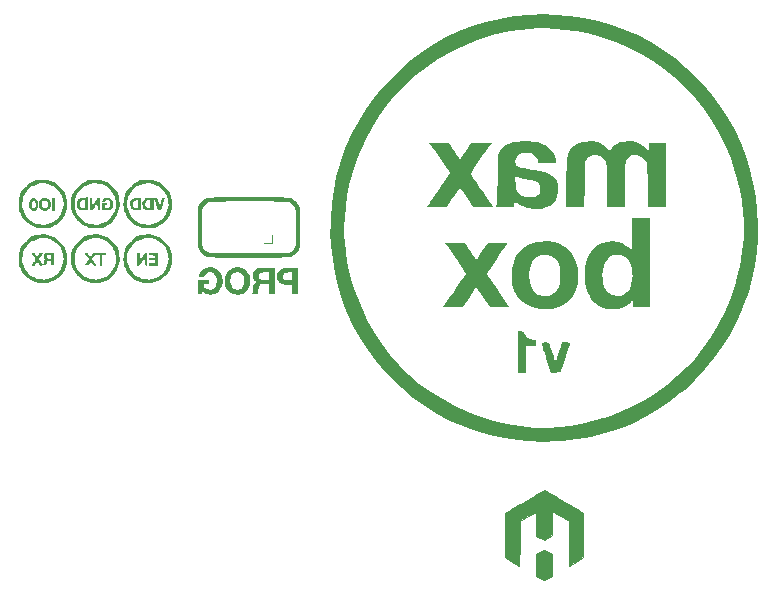
<source format=gbo>
G04 #@! TF.GenerationSoftware,KiCad,Pcbnew,(6.0.11-0)*
G04 #@! TF.CreationDate,2023-01-30T23:46:06+00:00*
G04 #@! TF.ProjectId,maxbox,6d617862-6f78-42e6-9b69-6361645f7063,rev?*
G04 #@! TF.SameCoordinates,Original*
G04 #@! TF.FileFunction,Legend,Bot*
G04 #@! TF.FilePolarity,Positive*
%FSLAX46Y46*%
G04 Gerber Fmt 4.6, Leading zero omitted, Abs format (unit mm)*
G04 Created by KiCad (PCBNEW (6.0.11-0)) date 2023-01-30 23:46:06*
%MOMM*%
%LPD*%
G01*
G04 APERTURE LIST*
%ADD10C,0.120000*%
%ADD11C,0.010000*%
%ADD12C,1.090600*%
%ADD13C,0.887400*%
G04 APERTURE END LIST*
D10*
X-23730000Y-1270000D02*
X-23095000Y-1270000D01*
X-23095000Y-1270000D02*
X-23095000Y-635000D01*
G36*
X304503Y-27425751D02*
G01*
X624417Y-27604777D01*
X629304Y-28532763D01*
X634191Y-29460750D01*
X311804Y-29645482D01*
X220887Y-29697526D01*
X127965Y-29750594D01*
X53940Y-29792731D01*
X4751Y-29820556D01*
X-13662Y-29830690D01*
X-28244Y-29822981D01*
X-74181Y-29797309D01*
X-145686Y-29756861D01*
X-236845Y-29704983D01*
X-341746Y-29645022D01*
X-666750Y-29458877D01*
X-672262Y-28536374D01*
X-677774Y-27613870D01*
X-346592Y-27430298D01*
X-15411Y-27246726D01*
X304503Y-27425751D01*
G37*
D11*
X304503Y-27425751D02*
X624417Y-27604777D01*
X629304Y-28532763D01*
X634191Y-29460750D01*
X311804Y-29645482D01*
X220887Y-29697526D01*
X127965Y-29750594D01*
X53940Y-29792731D01*
X4751Y-29820556D01*
X-13662Y-29830690D01*
X-28244Y-29822981D01*
X-74181Y-29797309D01*
X-145686Y-29756861D01*
X-236845Y-29704983D01*
X-341746Y-29645022D01*
X-666750Y-29458877D01*
X-672262Y-28536374D01*
X-677774Y-27613870D01*
X-346592Y-27430298D01*
X-15411Y-27246726D01*
X304503Y-27425751D01*
G36*
X317841Y-22395431D02*
G01*
X340019Y-22408331D01*
X427277Y-22458957D01*
X545719Y-22527544D01*
X691262Y-22611733D01*
X859824Y-22709165D01*
X1047321Y-22817481D01*
X1249670Y-22934323D01*
X1462788Y-23057330D01*
X1682593Y-23184145D01*
X1905000Y-23312408D01*
X2029544Y-23384218D01*
X2237455Y-23504095D01*
X2433869Y-23617344D01*
X2615639Y-23722151D01*
X2779617Y-23816700D01*
X2922657Y-23899177D01*
X3041612Y-23967767D01*
X3133334Y-24020656D01*
X3194676Y-24056029D01*
X3222492Y-24072071D01*
X3280566Y-24105583D01*
X3280022Y-26000000D01*
X3279478Y-27894416D01*
X2671614Y-28257438D01*
X2063750Y-28620459D01*
X2057881Y-26722854D01*
X2052012Y-24825250D01*
X1372135Y-24423083D01*
X1359636Y-24415690D01*
X1206189Y-24325028D01*
X1064379Y-24241419D01*
X938333Y-24167284D01*
X832185Y-24105046D01*
X750062Y-24057126D01*
X696096Y-24025946D01*
X674417Y-24013929D01*
X674115Y-24013956D01*
X670456Y-24036351D01*
X666834Y-24096705D01*
X663342Y-24190979D01*
X660072Y-24315132D01*
X657119Y-24465125D01*
X654574Y-24636919D01*
X652530Y-24826474D01*
X651080Y-25029750D01*
X645584Y-26052560D01*
X328084Y-26236948D01*
X242164Y-26286438D01*
X146658Y-26340395D01*
X68505Y-26383359D01*
X14082Y-26411837D01*
X-10234Y-26422334D01*
X-28688Y-26415333D01*
X-79005Y-26390196D01*
X-154192Y-26350016D01*
X-247910Y-26298193D01*
X-353821Y-26238125D01*
X-676588Y-26052916D01*
X-687916Y-24034726D01*
X-1390660Y-24440571D01*
X-2093403Y-24846416D01*
X-2099743Y-26734276D01*
X-2106083Y-28622137D01*
X-2709333Y-28255731D01*
X-3312583Y-27889326D01*
X-3317372Y-26008038D01*
X-3322162Y-24126750D01*
X-3137456Y-24021990D01*
X-3100443Y-24000785D01*
X-3024487Y-23956886D01*
X-2918154Y-23895194D01*
X-2784841Y-23817687D01*
X-2627947Y-23726346D01*
X-2450868Y-23623148D01*
X-2257003Y-23510074D01*
X-2049750Y-23389103D01*
X-1832505Y-23262214D01*
X-1608666Y-23131387D01*
X-1417129Y-23019441D01*
X-1201824Y-22893701D01*
X-997274Y-22774343D01*
X-806700Y-22663242D01*
X-633327Y-22562275D01*
X-480375Y-22473316D01*
X-351069Y-22398242D01*
X-248629Y-22338926D01*
X-176280Y-22297245D01*
X-137242Y-22275073D01*
X-9901Y-22204605D01*
X317841Y-22395431D01*
G37*
X317841Y-22395431D02*
X340019Y-22408331D01*
X427277Y-22458957D01*
X545719Y-22527544D01*
X691262Y-22611733D01*
X859824Y-22709165D01*
X1047321Y-22817481D01*
X1249670Y-22934323D01*
X1462788Y-23057330D01*
X1682593Y-23184145D01*
X1905000Y-23312408D01*
X2029544Y-23384218D01*
X2237455Y-23504095D01*
X2433869Y-23617344D01*
X2615639Y-23722151D01*
X2779617Y-23816700D01*
X2922657Y-23899177D01*
X3041612Y-23967767D01*
X3133334Y-24020656D01*
X3194676Y-24056029D01*
X3222492Y-24072071D01*
X3280566Y-24105583D01*
X3280022Y-26000000D01*
X3279478Y-27894416D01*
X2671614Y-28257438D01*
X2063750Y-28620459D01*
X2057881Y-26722854D01*
X2052012Y-24825250D01*
X1372135Y-24423083D01*
X1359636Y-24415690D01*
X1206189Y-24325028D01*
X1064379Y-24241419D01*
X938333Y-24167284D01*
X832185Y-24105046D01*
X750062Y-24057126D01*
X696096Y-24025946D01*
X674417Y-24013929D01*
X674115Y-24013956D01*
X670456Y-24036351D01*
X666834Y-24096705D01*
X663342Y-24190979D01*
X660072Y-24315132D01*
X657119Y-24465125D01*
X654574Y-24636919D01*
X652530Y-24826474D01*
X651080Y-25029750D01*
X645584Y-26052560D01*
X328084Y-26236948D01*
X242164Y-26286438D01*
X146658Y-26340395D01*
X68505Y-26383359D01*
X14082Y-26411837D01*
X-10234Y-26422334D01*
X-28688Y-26415333D01*
X-79005Y-26390196D01*
X-154192Y-26350016D01*
X-247910Y-26298193D01*
X-353821Y-26238125D01*
X-676588Y-26052916D01*
X-687916Y-24034726D01*
X-1390660Y-24440571D01*
X-2093403Y-24846416D01*
X-2099743Y-26734276D01*
X-2106083Y-28622137D01*
X-2709333Y-28255731D01*
X-3312583Y-27889326D01*
X-3317372Y-26008038D01*
X-3322162Y-24126750D01*
X-3137456Y-24021990D01*
X-3100443Y-24000785D01*
X-3024487Y-23956886D01*
X-2918154Y-23895194D01*
X-2784841Y-23817687D01*
X-2627947Y-23726346D01*
X-2450868Y-23623148D01*
X-2257003Y-23510074D01*
X-2049750Y-23389103D01*
X-1832505Y-23262214D01*
X-1608666Y-23131387D01*
X-1417129Y-23019441D01*
X-1201824Y-22893701D01*
X-997274Y-22774343D01*
X-806700Y-22663242D01*
X-633327Y-22562275D01*
X-480375Y-22473316D01*
X-351069Y-22398242D01*
X-248629Y-22338926D01*
X-176280Y-22297245D01*
X-137242Y-22275073D01*
X-9901Y-22204605D01*
X317841Y-22395431D01*
G36*
X1175578Y3033772D02*
G01*
X1111019Y2673915D01*
X976059Y2359906D01*
X772754Y2094253D01*
X503154Y1879471D01*
X169313Y1718070D01*
X-226716Y1612563D01*
X-420158Y1592192D01*
X-680482Y1589007D01*
X-964471Y1603775D01*
X-1241756Y1634850D01*
X-1481970Y1680586D01*
X-1676941Y1737594D01*
X-2036359Y1890780D01*
X-2344772Y2088448D01*
X-2400316Y2130682D01*
X-2480902Y2185052D01*
X-2517796Y2199519D01*
X-2524729Y2179697D01*
X-2544401Y2095702D01*
X-2568845Y1971786D01*
X-2607842Y1759766D01*
X-3360513Y1748186D01*
X-3578558Y1745698D01*
X-3792251Y1745207D01*
X-3961567Y1746982D01*
X-4073035Y1750870D01*
X-4113184Y1756719D01*
X-4105844Y1791985D01*
X-4080914Y1889157D01*
X-4044432Y2022722D01*
X-4037485Y2049252D01*
X-4021629Y2127710D01*
X-4008239Y2227821D01*
X-3996998Y2357479D01*
X-3987588Y2524578D01*
X-3979691Y2737012D01*
X-3972989Y3002677D01*
X-3967164Y3329466D01*
X-3961900Y3725274D01*
X-3958834Y4013802D01*
X-2459428Y4013802D01*
X-2442764Y3665675D01*
X-2383901Y3346618D01*
X-2279695Y3088947D01*
X-2127176Y2885546D01*
X-1923375Y2729298D01*
X-1868970Y2698524D01*
X-1766685Y2651552D01*
X-1657767Y2623127D01*
X-1516165Y2607692D01*
X-1315827Y2599689D01*
X-1161492Y2597292D01*
X-964889Y2603572D01*
X-816758Y2626030D01*
X-694926Y2668755D01*
X-577218Y2735833D01*
X-499542Y2798929D01*
X-387930Y2961462D01*
X-332477Y3157395D01*
X-332010Y3367730D01*
X-385356Y3573466D01*
X-491341Y3755606D01*
X-648794Y3895152D01*
X-753184Y3950656D01*
X-883285Y3999841D01*
X-1050080Y4043827D01*
X-1269502Y4086781D01*
X-1557484Y4132871D01*
X-1752587Y4164360D01*
X-1989416Y4213000D01*
X-2190541Y4270789D01*
X-2385221Y4345235D01*
X-2408523Y4352837D01*
X-2435760Y4343502D01*
X-2451116Y4293743D01*
X-2457902Y4188772D01*
X-2459428Y4013802D01*
X-3958834Y4013802D01*
X-3956877Y4197996D01*
X-3954171Y4473616D01*
X-3949288Y4919052D01*
X-3943594Y5291788D01*
X-3935995Y5599662D01*
X-3925399Y5850515D01*
X-3910711Y6052184D01*
X-3890837Y6212508D01*
X-3864683Y6339328D01*
X-3831156Y6440482D01*
X-3789161Y6523808D01*
X-3737605Y6597147D01*
X-3675394Y6668337D01*
X-3601434Y6745216D01*
X-3517131Y6825645D01*
X-3290092Y6991253D01*
X-3013998Y7125738D01*
X-2671448Y7238326D01*
X-2646671Y7244690D01*
X-2451722Y7277922D01*
X-2196468Y7301507D01*
X-1901495Y7315432D01*
X-1587385Y7319683D01*
X-1274722Y7314247D01*
X-984089Y7299112D01*
X-736070Y7274263D01*
X-551247Y7239689D01*
X-189554Y7118533D01*
X185104Y6927736D01*
X493472Y6689397D01*
X733204Y6405831D01*
X901954Y6079351D01*
X997375Y5712273D01*
X1027330Y5512521D01*
X-497677Y5512521D01*
X-520640Y5683724D01*
X-530999Y5739256D01*
X-618637Y5942237D01*
X-770466Y6117560D01*
X-970186Y6244879D01*
X-1155620Y6300677D01*
X-1399638Y6330493D01*
X-1658852Y6329184D01*
X-1901788Y6297045D01*
X-2096968Y6234369D01*
X-2221389Y6151657D01*
X-2357507Y5986512D01*
X-2439796Y5785332D01*
X-2460058Y5570857D01*
X-2410093Y5365830D01*
X-2369855Y5299963D01*
X-2278926Y5217105D01*
X-2141653Y5145144D01*
X-1950343Y5081680D01*
X-1697307Y5024315D01*
X-1374852Y4970649D01*
X-975287Y4918284D01*
X-847365Y4902139D01*
X-356985Y4819357D01*
X56894Y4710477D01*
X398614Y4572297D01*
X672514Y4401612D01*
X882935Y4195219D01*
X1034216Y3949914D01*
X1130697Y3662493D01*
X1171467Y3367730D01*
X1176720Y3329753D01*
X1175578Y3033772D01*
G37*
G36*
X-7631714Y6507515D02*
G01*
X-7604831Y6467413D01*
X-7462475Y6259012D01*
X-7336177Y6080504D01*
X-7233520Y5942164D01*
X-7162090Y5854268D01*
X-7129469Y5827089D01*
X-7128294Y5827983D01*
X-7091218Y5873868D01*
X-7015468Y5978001D01*
X-6908918Y6129219D01*
X-6779443Y6316358D01*
X-6634917Y6528255D01*
X-6173923Y7208681D01*
X-4442350Y7208681D01*
X-4545176Y7070868D01*
X-4575217Y7029935D01*
X-4663062Y6907058D01*
X-4781905Y6738204D01*
X-4925127Y6533006D01*
X-5086108Y6301097D01*
X-5258231Y6052109D01*
X-5434876Y5795677D01*
X-5609423Y5541433D01*
X-5775254Y5299009D01*
X-5925751Y5078040D01*
X-6054292Y4888159D01*
X-6154261Y4738997D01*
X-6219037Y4640190D01*
X-6242002Y4601368D01*
X-6239876Y4596531D01*
X-6203317Y4537521D01*
X-6125350Y4418514D01*
X-6011102Y4247141D01*
X-5865700Y4031030D01*
X-5694273Y3777811D01*
X-5501946Y3495113D01*
X-5293849Y3190565D01*
X-5232262Y3100593D01*
X-5027515Y2801060D01*
X-4839470Y2525327D01*
X-4673342Y2281081D01*
X-4534344Y2076011D01*
X-4427690Y1917805D01*
X-4358595Y1814149D01*
X-4332271Y1772733D01*
X-4332869Y1770744D01*
X-4382960Y1760596D01*
X-4503096Y1751902D01*
X-4680815Y1745162D01*
X-4903653Y1740876D01*
X-5159149Y1739544D01*
X-6000162Y1740524D01*
X-6547132Y2566422D01*
X-6642917Y2710365D01*
X-6790713Y2929610D01*
X-6919583Y3117275D01*
X-7022649Y3263513D01*
X-7093037Y3358477D01*
X-7123868Y3392320D01*
X-7137431Y3379676D01*
X-7193034Y3307649D01*
X-7284030Y3180463D01*
X-7403541Y3007965D01*
X-7544691Y2800002D01*
X-7700605Y2566422D01*
X-8247575Y1740524D01*
X-9969011Y1738564D01*
X-9831461Y1939983D01*
X-9789002Y2001763D01*
X-9698157Y2133302D01*
X-9570953Y2317107D01*
X-9414031Y2543592D01*
X-9234035Y2803172D01*
X-9037606Y3086261D01*
X-8831387Y3383272D01*
X-8720647Y3543309D01*
X-8507281Y3855567D01*
X-8326664Y4125511D01*
X-8182190Y4347864D01*
X-8077253Y4517348D01*
X-8015248Y4628684D01*
X-7999570Y4676595D01*
X-8019055Y4705777D01*
X-8083199Y4798955D01*
X-8185746Y4946712D01*
X-8320838Y5140639D01*
X-8482615Y5372328D01*
X-8665218Y5633371D01*
X-8862787Y5915359D01*
X-9014607Y6132021D01*
X-9201356Y6398935D01*
X-9368693Y6638556D01*
X-9510753Y6842463D01*
X-9621669Y7002234D01*
X-9695576Y7109445D01*
X-9726609Y7155676D01*
X-9724374Y7171729D01*
X-9683102Y7186562D01*
X-9591578Y7197100D01*
X-9441169Y7203916D01*
X-9223241Y7207585D01*
X-8929161Y7208681D01*
X-8100400Y7208681D01*
X-7631714Y6507515D01*
G37*
G36*
X-1932170Y-8777688D02*
G01*
X-1803661Y-8781314D01*
X-1733336Y-8796913D01*
X-1700010Y-8833208D01*
X-1682498Y-8898921D01*
X-1659885Y-8976264D01*
X-1551187Y-9150807D01*
X-1376600Y-9298140D01*
X-1148654Y-9409268D01*
X-879878Y-9475195D01*
X-678459Y-9503694D01*
X-678459Y-10007346D01*
X-1568944Y-10007346D01*
X-1568944Y-12254758D01*
X-2247408Y-12254758D01*
X-2247408Y-8777630D01*
X-1977082Y-8777630D01*
X-1932170Y-8777688D01*
G37*
G36*
X1911688Y-9711108D02*
G01*
X2061579Y-9718135D01*
X2165888Y-9731423D01*
X2205013Y-9748858D01*
X2204155Y-9753120D01*
X2184846Y-9816537D01*
X2143151Y-9945280D01*
X2083087Y-10127421D01*
X2008670Y-10351034D01*
X1923919Y-10604192D01*
X1832850Y-10874970D01*
X1739482Y-11151440D01*
X1647831Y-11421676D01*
X1561916Y-11673752D01*
X1485753Y-11895742D01*
X1423360Y-12075717D01*
X1378754Y-12201753D01*
X1372135Y-12211575D01*
X1308723Y-12236193D01*
X1175620Y-12250274D01*
X965488Y-12254758D01*
X571381Y-12254758D01*
X158481Y-11013659D01*
X112857Y-10876331D01*
X14180Y-10577951D01*
X-73846Y-10309915D01*
X-147970Y-10082239D01*
X-204941Y-9904940D01*
X-241508Y-9788035D01*
X-254419Y-9741539D01*
X-251014Y-9737152D01*
X-191356Y-9723579D01*
X-72726Y-9714089D01*
X84813Y-9710518D01*
X132747Y-9710696D01*
X281199Y-9713813D01*
X384988Y-9720012D01*
X424045Y-9728245D01*
X432961Y-9765019D01*
X463438Y-9869838D01*
X511079Y-10027149D01*
X571210Y-10222112D01*
X639155Y-10439889D01*
X710238Y-10665638D01*
X779783Y-10884521D01*
X843115Y-11081698D01*
X895558Y-11242328D01*
X932437Y-11351572D01*
X949075Y-11394591D01*
X952910Y-11395446D01*
X963866Y-11380941D01*
X981908Y-11338995D01*
X1009551Y-11261939D01*
X1049312Y-11142103D01*
X1103708Y-10971817D01*
X1175255Y-10743410D01*
X1266470Y-10449212D01*
X1379870Y-10081553D01*
X1494140Y-9710518D01*
X1849577Y-9710518D01*
X1911688Y-9711108D01*
G37*
G36*
X-6721030Y-1273983D02*
G01*
X-6259004Y-1972718D01*
X-6236103Y-2007303D01*
X-6095282Y-2217730D01*
X-5970924Y-2399863D01*
X-5870502Y-2543020D01*
X-5801489Y-2636519D01*
X-5771358Y-2669682D01*
X-5769514Y-2668739D01*
X-5732552Y-2624520D01*
X-5657511Y-2521944D01*
X-5551928Y-2371714D01*
X-5423343Y-2184532D01*
X-5279294Y-1971101D01*
X-4812850Y-1274292D01*
X-3952062Y-1273206D01*
X-3879229Y-1273155D01*
X-3599772Y-1274148D01*
X-3393976Y-1277591D01*
X-3252730Y-1284087D01*
X-3166923Y-1294239D01*
X-3127445Y-1308650D01*
X-3125184Y-1327922D01*
X-3150823Y-1366266D01*
X-3220411Y-1467915D01*
X-3327609Y-1623509D01*
X-3466681Y-1824750D01*
X-3631889Y-2063340D01*
X-3817499Y-2330978D01*
X-4017775Y-2619366D01*
X-4199380Y-2881252D01*
X-4383502Y-3147999D01*
X-4546398Y-3385289D01*
X-4682604Y-3585106D01*
X-4786658Y-3739431D01*
X-4853096Y-3840248D01*
X-4876456Y-3879540D01*
X-4873978Y-3884930D01*
X-4836383Y-3945097D01*
X-4757502Y-4065122D01*
X-4642436Y-4237423D01*
X-4496287Y-4454415D01*
X-4324158Y-4708515D01*
X-4131150Y-4992140D01*
X-3922366Y-5297706D01*
X-3853581Y-5398246D01*
X-3649320Y-5697611D01*
X-3462485Y-5972625D01*
X-3298177Y-6215698D01*
X-3161499Y-6419240D01*
X-3057555Y-6575663D01*
X-2991446Y-6677375D01*
X-2968276Y-6716789D01*
X-2968986Y-6717847D01*
X-3019317Y-6725572D01*
X-3139926Y-6732269D01*
X-3317955Y-6737543D01*
X-3540546Y-6740998D01*
X-3794841Y-6742237D01*
X-4621406Y-6742237D01*
X-5187516Y-5893697D01*
X-5753625Y-5045158D01*
X-6317887Y-5893697D01*
X-6882148Y-6742237D01*
X-8612294Y-6742237D01*
X-8424802Y-6477212D01*
X-8372320Y-6402892D01*
X-8223102Y-6190507D01*
X-8053809Y-5948317D01*
X-7870673Y-5685354D01*
X-7679932Y-5410652D01*
X-7487819Y-5133245D01*
X-7300570Y-4862166D01*
X-7124420Y-4606450D01*
X-6965604Y-4375130D01*
X-6830357Y-4177240D01*
X-6724915Y-4021813D01*
X-6655512Y-3917883D01*
X-6628384Y-3874484D01*
X-6637019Y-3849591D01*
X-6687383Y-3761106D01*
X-6777466Y-3617873D01*
X-6901724Y-3428317D01*
X-7054607Y-3200864D01*
X-7230568Y-2943939D01*
X-7424061Y-2665969D01*
X-7552537Y-2482825D01*
X-7743375Y-2210780D01*
X-7917600Y-1962414D01*
X-8068794Y-1746876D01*
X-8190538Y-1573317D01*
X-8276415Y-1450885D01*
X-8320005Y-1388732D01*
X-8401764Y-1272121D01*
X-6721030Y-1273983D01*
G37*
G36*
X2860119Y-4141177D02*
G01*
X2847005Y-4478794D01*
X2811200Y-4765523D01*
X2747009Y-5026489D01*
X2648736Y-5286816D01*
X2510687Y-5571631D01*
X2412638Y-5739377D01*
X2150519Y-6069712D01*
X1825837Y-6354008D01*
X1448046Y-6585951D01*
X1026597Y-6759224D01*
X570944Y-6867513D01*
X484942Y-6879287D01*
X103383Y-6897975D01*
X-303404Y-6871829D01*
X-709170Y-6804859D01*
X-1087666Y-6701075D01*
X-1412640Y-6564488D01*
X-1574752Y-6466548D01*
X-1839007Y-6258796D01*
X-2091017Y-6007891D01*
X-2308239Y-5737206D01*
X-2468129Y-5470117D01*
X-2538845Y-5315698D01*
X-2649695Y-5020064D01*
X-2721529Y-4725412D01*
X-2760167Y-4404074D01*
X-2768347Y-4131209D01*
X-1265156Y-4131209D01*
X-1256444Y-4385494D01*
X-1231655Y-4590529D01*
X-1138466Y-4923998D01*
X-985813Y-5229990D01*
X-782765Y-5473953D01*
X-532938Y-5650399D01*
X-509208Y-5661763D01*
X-332570Y-5715401D01*
X-109912Y-5748025D01*
X127594Y-5758055D01*
X348778Y-5743905D01*
X522467Y-5703994D01*
X588746Y-5675829D01*
X833169Y-5516549D01*
X1040666Y-5289366D01*
X1203680Y-5004136D01*
X1314653Y-4670716D01*
X1337095Y-4541297D01*
X1357370Y-4299923D01*
X1362780Y-4024411D01*
X1353760Y-3744087D01*
X1330742Y-3488278D01*
X1294161Y-3286311D01*
X1209832Y-3045217D01*
X1045878Y-2765607D01*
X830979Y-2540856D01*
X574086Y-2379782D01*
X284148Y-2291203D01*
X5360Y-2271463D01*
X-312450Y-2318212D01*
X-596339Y-2438950D01*
X-839015Y-2629125D01*
X-1033183Y-2884187D01*
X-1171551Y-3199584D01*
X-1206790Y-3349391D01*
X-1239135Y-3585504D01*
X-1258988Y-3855328D01*
X-1265156Y-4131209D01*
X-2768347Y-4131209D01*
X-2771429Y-4028381D01*
X-2769521Y-3871507D01*
X-2746895Y-3510968D01*
X-2694567Y-3196553D01*
X-2607267Y-2902521D01*
X-2479727Y-2603132D01*
X-2372678Y-2403230D01*
X-2105343Y-2033494D01*
X-1777967Y-1721561D01*
X-1395572Y-1471785D01*
X-963181Y-1288520D01*
X-659088Y-1213766D01*
X-302001Y-1165883D01*
X74574Y-1147285D01*
X439909Y-1159476D01*
X763277Y-1203961D01*
X922688Y-1242813D01*
X1334309Y-1395266D01*
X1715693Y-1611128D01*
X2054173Y-1880905D01*
X2337082Y-2195107D01*
X2551755Y-2544241D01*
X2621178Y-2692253D01*
X2719781Y-2934874D01*
X2788030Y-3165844D01*
X2830908Y-3409115D01*
X2853399Y-3688643D01*
X2860402Y-4024411D01*
X2860485Y-4028381D01*
X2860119Y-4141177D01*
G37*
G36*
X7451697Y7318525D02*
G01*
X7769588Y7247834D01*
X8082904Y7110620D01*
X8393768Y6907080D01*
X8650669Y6663561D01*
X8819491Y6466611D01*
X8819764Y6837646D01*
X8820038Y7208681D01*
X10261774Y7208681D01*
X10261774Y1738564D01*
X8735230Y1738564D01*
X8735230Y3496740D01*
X8735190Y3725835D01*
X8734735Y4120935D01*
X8733465Y4444252D01*
X8731005Y4704446D01*
X8726978Y4910176D01*
X8721008Y5070103D01*
X8712719Y5192885D01*
X8701736Y5287184D01*
X8687681Y5361658D01*
X8670180Y5424967D01*
X8648856Y5485771D01*
X8576721Y5634648D01*
X8424848Y5837111D01*
X8237926Y6001643D01*
X8038725Y6105133D01*
X7944212Y6126095D01*
X7774830Y6142053D01*
X7592371Y6141494D01*
X7460138Y6127611D01*
X7233372Y6058957D01*
X7059654Y5931073D01*
X6928426Y5737535D01*
X6913748Y5705489D01*
X6897097Y5657261D01*
X6883354Y5595294D01*
X6872169Y5511690D01*
X6863191Y5398553D01*
X6856068Y5247987D01*
X6850451Y5052095D01*
X6845988Y4802982D01*
X6842328Y4492750D01*
X6839122Y4113503D01*
X6836017Y3657345D01*
X6823782Y1738564D01*
X5300505Y1738564D01*
X5299469Y3466527D01*
X5298389Y3847456D01*
X5295234Y4243430D01*
X5290203Y4594060D01*
X5283479Y4891455D01*
X5275246Y5127722D01*
X5265686Y5294971D01*
X5254982Y5385309D01*
X5204211Y5545112D01*
X5058234Y5798549D01*
X4849632Y6007337D01*
X4785067Y6053934D01*
X4709090Y6093888D01*
X4619417Y6115970D01*
X4492353Y6125396D01*
X4304205Y6127379D01*
X4204956Y6126901D01*
X4043791Y6120994D01*
X3931931Y6104568D01*
X3845251Y6072925D01*
X3759624Y6021369D01*
X3717974Y5989247D01*
X3600417Y5865181D01*
X3508307Y5724541D01*
X3499119Y5705868D01*
X3478130Y5659209D01*
X3460800Y5608469D01*
X3446717Y5545573D01*
X3435466Y5462450D01*
X3426635Y5351028D01*
X3419808Y5203233D01*
X3414574Y5010994D01*
X3410517Y4766238D01*
X3407224Y4460892D01*
X3404282Y4086885D01*
X3401277Y3636143D01*
X3389026Y1738564D01*
X1865781Y1738564D01*
X1866621Y3636143D01*
X1867112Y3895422D01*
X1869315Y4291757D01*
X1873091Y4665377D01*
X1878243Y5005934D01*
X1884573Y5303078D01*
X1891883Y5546461D01*
X1899973Y5725735D01*
X1908647Y5830551D01*
X1908911Y5832444D01*
X1984491Y6151671D01*
X2114087Y6457641D01*
X2285556Y6727118D01*
X2486758Y6936867D01*
X2682977Y7076313D01*
X2909785Y7187817D01*
X3166498Y7261508D01*
X3470321Y7302197D01*
X3838459Y7314691D01*
X3867799Y7314687D01*
X4087067Y7313614D01*
X4245032Y7308120D01*
X4362827Y7294590D01*
X4461588Y7269409D01*
X4562447Y7228964D01*
X4686539Y7169638D01*
X4953859Y7008574D01*
X5266350Y6741737D01*
X5550224Y6458888D01*
X5597804Y6573756D01*
X5610221Y6600439D01*
X5704154Y6739046D01*
X5841740Y6888998D01*
X5998201Y7025551D01*
X6148756Y7123960D01*
X6391175Y7222730D01*
X6734387Y7303825D01*
X7097262Y7336473D01*
X7451697Y7318525D01*
G37*
G36*
X17962663Y-2075915D02*
G01*
X17806542Y-3227724D01*
X17582206Y-4352801D01*
X17290310Y-5442410D01*
X16931508Y-6487813D01*
X16739092Y-6969970D01*
X16244765Y-8064236D01*
X15689147Y-9106450D01*
X15068850Y-10101446D01*
X14380487Y-11054058D01*
X13620670Y-11969119D01*
X12786012Y-12851464D01*
X11873127Y-13705926D01*
X11505365Y-14022150D01*
X10545167Y-14771060D01*
X9543056Y-15446671D01*
X8500826Y-16048231D01*
X7420269Y-16574986D01*
X6303178Y-17026184D01*
X5151348Y-17401070D01*
X3966570Y-17698893D01*
X2750639Y-17918898D01*
X1505347Y-18060334D01*
X1310291Y-18072882D01*
X1003721Y-18085251D01*
X647009Y-18093786D01*
X259422Y-18098469D01*
X-139777Y-18099279D01*
X-531321Y-18096196D01*
X-895946Y-18089200D01*
X-1214386Y-18078273D01*
X-1467377Y-18063393D01*
X-2153185Y-17997608D01*
X-3394835Y-17816397D01*
X-4601306Y-17558046D01*
X-5772277Y-17222718D01*
X-6907429Y-16810575D01*
X-8006443Y-16321780D01*
X-9068997Y-15756494D01*
X-10094773Y-15114880D01*
X-11083451Y-14397101D01*
X-12034710Y-13603319D01*
X-12948232Y-12733696D01*
X-13823695Y-11788395D01*
X-14248638Y-11280258D01*
X-14955789Y-10333368D01*
X-15598794Y-9335803D01*
X-16174498Y-8293990D01*
X-16679745Y-7214353D01*
X-17111381Y-6103315D01*
X-17466248Y-4967303D01*
X-17741192Y-3812739D01*
X-17934335Y-2666302D01*
X-18057604Y-1494936D01*
X-18110045Y-315354D01*
X-18104747Y36880D01*
X-16945422Y36880D01*
X-16921416Y-767612D01*
X-16899297Y-1066522D01*
X-16776476Y-2196693D01*
X-16592924Y-3279803D01*
X-16345264Y-4328746D01*
X-16030117Y-5356414D01*
X-15644106Y-6375701D01*
X-15183853Y-7399500D01*
X-14991239Y-7786058D01*
X-14406266Y-8837649D01*
X-13760836Y-9829767D01*
X-13054925Y-10762436D01*
X-12288507Y-11635682D01*
X-11461555Y-12449531D01*
X-10574045Y-13204009D01*
X-9625951Y-13899142D01*
X-8617247Y-14534956D01*
X-7547909Y-15111476D01*
X-6480674Y-15601416D01*
X-5401498Y-16013906D01*
X-4305008Y-16349684D01*
X-3182725Y-16611029D01*
X-2026172Y-16800223D01*
X-826873Y-16919544D01*
X-554626Y-16935012D01*
X312204Y-16942295D01*
X1220235Y-16890621D01*
X2156363Y-16781766D01*
X3107480Y-16617505D01*
X4060482Y-16399614D01*
X5002261Y-16129868D01*
X5354509Y-16014035D01*
X6432694Y-15605508D01*
X7483781Y-15125928D01*
X8500107Y-14579966D01*
X9474007Y-13972293D01*
X10397816Y-13307581D01*
X11263871Y-12590501D01*
X12064508Y-11825723D01*
X12738019Y-11087988D01*
X13461891Y-10180998D01*
X14125775Y-9219854D01*
X14726331Y-8210686D01*
X15260219Y-7159623D01*
X15724099Y-6072795D01*
X16114632Y-4956331D01*
X16428478Y-3816361D01*
X16548657Y-3281789D01*
X16663496Y-2679206D01*
X16754174Y-2075971D01*
X16824783Y-1444312D01*
X16879416Y-756455D01*
X16898312Y-352035D01*
X16893164Y484629D01*
X16833413Y1362420D01*
X16720994Y2267280D01*
X16557841Y3185148D01*
X16345886Y4101965D01*
X16087065Y5003672D01*
X15769023Y5917324D01*
X15315073Y7000840D01*
X14790053Y8051592D01*
X14198226Y9062397D01*
X13543852Y10026074D01*
X12831192Y10935442D01*
X12064508Y11783318D01*
X11813903Y12034899D01*
X10991331Y12784804D01*
X10105811Y13485505D01*
X9165010Y14132331D01*
X8176589Y14720611D01*
X7148215Y15245673D01*
X6087551Y15702848D01*
X5002261Y16087463D01*
X4501821Y16237536D01*
X3596151Y16468884D01*
X2682574Y16653047D01*
X1775251Y16788085D01*
X888340Y16872054D01*
X36001Y16903012D01*
X-767607Y16879016D01*
X-1035700Y16859326D01*
X-2199993Y16732873D01*
X-3318811Y16541362D01*
X-4402584Y16282010D01*
X-5461739Y15952033D01*
X-6506705Y15548648D01*
X-7547909Y15069071D01*
X-7933425Y14871742D01*
X-8981294Y14274233D01*
X-9968537Y13617422D01*
X-10895180Y12901281D01*
X-11761247Y12125787D01*
X-12566765Y11290912D01*
X-13311759Y10396631D01*
X-13996254Y9442919D01*
X-14620277Y8429748D01*
X-15183853Y7357095D01*
X-15396327Y6907674D01*
X-15608264Y6429380D01*
X-15793776Y5970839D01*
X-15963847Y5504715D01*
X-16129460Y5003672D01*
X-16278230Y4507778D01*
X-16510181Y3600813D01*
X-16694811Y2686139D01*
X-16830185Y1777858D01*
X-16914367Y890071D01*
X-16945422Y36880D01*
X-18104747Y36880D01*
X-18092312Y863707D01*
X-18005058Y2033510D01*
X-17848936Y3185319D01*
X-17624601Y4310396D01*
X-17332705Y5400005D01*
X-16973902Y6445409D01*
X-16781487Y6927566D01*
X-16287160Y8021831D01*
X-15731541Y9064045D01*
X-15111244Y10059041D01*
X-14422881Y11011653D01*
X-13663065Y11926715D01*
X-12828407Y12809059D01*
X-11915521Y13663521D01*
X-11317924Y14169120D01*
X-10346725Y14901979D01*
X-9336472Y15559956D01*
X-8288603Y16142517D01*
X-7204559Y16649132D01*
X-6085778Y17079267D01*
X-4933700Y17432389D01*
X-3749763Y17707967D01*
X-2535408Y17905467D01*
X-1292073Y18024358D01*
X-21197Y18064106D01*
X895734Y18043638D01*
X2151012Y17946777D01*
X3376325Y17770721D01*
X4570763Y17515886D01*
X5733417Y17182688D01*
X6863377Y16771543D01*
X7959735Y16282868D01*
X9021581Y15717078D01*
X10048005Y15074591D01*
X11038099Y14355823D01*
X11990952Y13561189D01*
X12905656Y12691106D01*
X13781301Y11745990D01*
X14206243Y11237854D01*
X14913394Y10290963D01*
X15556399Y9293399D01*
X16132103Y8251586D01*
X16637351Y7171948D01*
X17068986Y6060911D01*
X17423853Y4924898D01*
X17698797Y3770334D01*
X17891940Y2623897D01*
X18015209Y1452531D01*
X18067649Y272949D01*
X18058250Y-352035D01*
X18049917Y-906112D01*
X17962663Y-2075915D01*
G37*
G36*
X7508944Y-6742237D02*
G01*
X7496628Y-6399217D01*
X7484312Y-6056196D01*
X7346889Y-6251489D01*
X7156116Y-6460591D01*
X6881299Y-6644036D01*
X6538096Y-6780810D01*
X6128378Y-6869961D01*
X5807932Y-6898575D01*
X5371339Y-6872623D01*
X4966959Y-6769406D01*
X4598819Y-6591034D01*
X4270945Y-6339613D01*
X3987365Y-6017253D01*
X3752106Y-5626061D01*
X3694633Y-5505716D01*
X3583789Y-5235973D01*
X3505588Y-4971260D01*
X3455582Y-4689444D01*
X3429320Y-4368394D01*
X3423424Y-4044770D01*
X4919496Y-4044770D01*
X4925336Y-4233574D01*
X4978943Y-4632365D01*
X5086301Y-4980892D01*
X5244625Y-5273390D01*
X5451131Y-5504095D01*
X5703035Y-5667240D01*
X5834199Y-5717788D01*
X6123450Y-5768922D01*
X6417156Y-5748941D01*
X6689623Y-5658084D01*
X6768736Y-5615070D01*
X7017597Y-5419400D01*
X7211882Y-5159513D01*
X7351175Y-4836301D01*
X7435056Y-4450659D01*
X7463110Y-4003478D01*
X7462186Y-3919099D01*
X7424471Y-3496845D01*
X7330833Y-3136068D01*
X7180318Y-2834021D01*
X6971973Y-2587954D01*
X6873949Y-2503170D01*
X6668886Y-2370464D01*
X6451175Y-2299508D01*
X6190990Y-2278483D01*
X6111732Y-2280172D01*
X5843323Y-2320596D01*
X5613825Y-2422099D01*
X5399183Y-2594273D01*
X5372499Y-2621206D01*
X5175051Y-2887075D01*
X5033120Y-3214818D01*
X4947627Y-3601646D01*
X4919496Y-4044770D01*
X3423424Y-4044770D01*
X3422353Y-3985977D01*
X3423665Y-3822667D01*
X3431219Y-3575138D01*
X3447332Y-3376344D01*
X3474243Y-3203017D01*
X3514192Y-3031887D01*
X3548253Y-2911836D01*
X3719639Y-2463299D01*
X3942585Y-2074513D01*
X4213194Y-1748850D01*
X4527569Y-1489686D01*
X4881813Y-1300392D01*
X5272028Y-1184342D01*
X5694318Y-1144909D01*
X5827039Y-1148235D01*
X6237766Y-1202929D01*
X6614336Y-1321403D01*
X6945491Y-1499323D01*
X7219976Y-1732355D01*
X7420706Y-1946951D01*
X7420706Y805676D01*
X8947250Y805676D01*
X8947250Y-6742237D01*
X7508944Y-6742237D01*
G37*
G36*
X-24944050Y-4848732D02*
G01*
X-25011914Y-5040244D01*
X-25109509Y-5212343D01*
X-25234570Y-5361541D01*
X-25384833Y-5484346D01*
X-25558033Y-5577271D01*
X-25751906Y-5636826D01*
X-25849187Y-5650051D01*
X-25987553Y-5654684D01*
X-26131367Y-5647215D01*
X-26262168Y-5627964D01*
X-26347638Y-5605852D01*
X-26527039Y-5530452D01*
X-26685799Y-5422521D01*
X-26821354Y-5285541D01*
X-26931141Y-5122995D01*
X-27012597Y-4938365D01*
X-27063157Y-4735131D01*
X-27075083Y-4582866D01*
X-26580778Y-4582866D01*
X-26577652Y-4619143D01*
X-26545090Y-4792440D01*
X-26486449Y-4941832D01*
X-26403886Y-5063966D01*
X-26299558Y-5155488D01*
X-26175620Y-5213043D01*
X-26062664Y-5238404D01*
X-25945577Y-5241118D01*
X-25818104Y-5216931D01*
X-25796928Y-5210736D01*
X-25679438Y-5153862D01*
X-25581249Y-5062842D01*
X-25499793Y-4935405D01*
X-25432145Y-4760026D01*
X-25401528Y-4570299D01*
X-25410050Y-4369446D01*
X-25457655Y-4156428D01*
X-25470046Y-4121109D01*
X-25528204Y-4011046D01*
X-25607846Y-3912294D01*
X-25699951Y-3834689D01*
X-25795496Y-3788069D01*
X-25887818Y-3770559D01*
X-25999316Y-3764884D01*
X-26108419Y-3771834D01*
X-26196668Y-3791262D01*
X-26197473Y-3791551D01*
X-26316886Y-3855682D01*
X-26416947Y-3952807D01*
X-26495511Y-4078507D01*
X-26550434Y-4228363D01*
X-26579571Y-4397956D01*
X-26580778Y-4582866D01*
X-27075083Y-4582866D01*
X-27080259Y-4516777D01*
X-27077318Y-4424258D01*
X-27046671Y-4203684D01*
X-26984494Y-4001229D01*
X-26892973Y-3820017D01*
X-26774297Y-3663171D01*
X-26630653Y-3533815D01*
X-26464228Y-3435073D01*
X-26277210Y-3370067D01*
X-26195271Y-3355526D01*
X-26061143Y-3345206D01*
X-25917924Y-3346061D01*
X-25781938Y-3357820D01*
X-25669505Y-3380209D01*
X-25616430Y-3397013D01*
X-25431617Y-3481119D01*
X-25272396Y-3596768D01*
X-25139899Y-3742515D01*
X-25035255Y-3916913D01*
X-24959597Y-4118517D01*
X-24914055Y-4345881D01*
X-24906575Y-4421427D01*
X-24907663Y-4570299D01*
X-24908182Y-4641296D01*
X-24944050Y-4848732D01*
G37*
G36*
X-28127905Y-3354379D02*
G01*
X-27997323Y-3380018D01*
X-27988794Y-3382543D01*
X-27799410Y-3460093D01*
X-27632884Y-3571004D01*
X-27491544Y-3712958D01*
X-27377716Y-3883637D01*
X-27293730Y-4080722D01*
X-27273083Y-4148007D01*
X-27255832Y-4220537D01*
X-27245440Y-4295556D01*
X-27240229Y-4385955D01*
X-27238520Y-4504622D01*
X-27238470Y-4521057D01*
X-27239365Y-4631718D01*
X-27243697Y-4715016D01*
X-27253071Y-4783215D01*
X-27269095Y-4848581D01*
X-27293375Y-4923379D01*
X-27335159Y-5029791D01*
X-27438034Y-5216116D01*
X-27567745Y-5371470D01*
X-27723565Y-5495212D01*
X-27904768Y-5586698D01*
X-28110624Y-5645286D01*
X-28121335Y-5646806D01*
X-28176002Y-5649922D01*
X-28254258Y-5650712D01*
X-28342931Y-5648967D01*
X-28434049Y-5643975D01*
X-28510706Y-5633040D01*
X-28577800Y-5612822D01*
X-28651934Y-5579592D01*
X-28716774Y-5543531D01*
X-28794162Y-5491280D01*
X-28852230Y-5441965D01*
X-28924331Y-5367486D01*
X-28944931Y-5487108D01*
X-28965531Y-5606731D01*
X-29125182Y-5612748D01*
X-29284834Y-5618764D01*
X-29284834Y-4401622D01*
X-28357826Y-4401622D01*
X-28357826Y-4772425D01*
X-28629846Y-4772425D01*
X-28727220Y-4773599D01*
X-28790071Y-4779813D01*
X-28823583Y-4795289D01*
X-28832940Y-4824247D01*
X-28823328Y-4870908D01*
X-28799930Y-4939494D01*
X-28776921Y-4993038D01*
X-28702481Y-5096412D01*
X-28600971Y-5173840D01*
X-28477571Y-5222903D01*
X-28337455Y-5241184D01*
X-28185802Y-5226267D01*
X-28137754Y-5214213D01*
X-28013147Y-5157700D01*
X-27911244Y-5068064D01*
X-27829377Y-4943187D01*
X-27770846Y-4796910D01*
X-27735161Y-4628880D01*
X-27727284Y-4457804D01*
X-27746325Y-4291079D01*
X-27791393Y-4136103D01*
X-27861598Y-4000273D01*
X-27956048Y-3890987D01*
X-27983784Y-3867833D01*
X-28082692Y-3806736D01*
X-28193860Y-3773318D01*
X-28329316Y-3763469D01*
X-28341671Y-3763615D01*
X-28478438Y-3781966D01*
X-28590001Y-3832255D01*
X-28679279Y-3916376D01*
X-28749187Y-4036225D01*
X-28792358Y-4133820D01*
X-29249372Y-4133820D01*
X-29237363Y-4032425D01*
X-29221857Y-3951594D01*
X-29164007Y-3806913D01*
X-29072302Y-3673076D01*
X-28951440Y-3555164D01*
X-28806120Y-3458259D01*
X-28641040Y-3387441D01*
X-28575517Y-3370105D01*
X-28433608Y-3349614D01*
X-28278869Y-3344308D01*
X-28127905Y-3354379D01*
G37*
G36*
X-22837041Y-4591004D02*
G01*
X-22837521Y-4794579D01*
X-22838446Y-4983819D01*
X-22839771Y-5154886D01*
X-22841446Y-5303941D01*
X-22843426Y-5427148D01*
X-22845663Y-5520669D01*
X-22848108Y-5580664D01*
X-22850716Y-5603298D01*
X-22871029Y-5608193D01*
X-22925094Y-5612776D01*
X-23003673Y-5615885D01*
X-23097918Y-5617031D01*
X-23331387Y-5617031D01*
X-23331387Y-4751824D01*
X-23635239Y-4751856D01*
X-23650485Y-4751867D01*
X-23772950Y-4752967D01*
X-23862652Y-4756392D01*
X-23927192Y-4762871D01*
X-23974171Y-4773133D01*
X-24011192Y-4787907D01*
X-24034169Y-4800860D01*
X-24085483Y-4845542D01*
X-24126104Y-4910227D01*
X-24158122Y-5000198D01*
X-24183627Y-5120738D01*
X-24204708Y-5277129D01*
X-24206344Y-5291714D01*
X-24218653Y-5393966D01*
X-24230673Y-5482269D01*
X-24241101Y-5547611D01*
X-24248634Y-5580981D01*
X-24249723Y-5583560D01*
X-24261666Y-5598250D01*
X-24286328Y-5607952D01*
X-24330827Y-5613656D01*
X-24402278Y-5616352D01*
X-24507800Y-5617031D01*
X-24508505Y-5617031D01*
X-24603388Y-5616411D01*
X-24681062Y-5614737D01*
X-24733531Y-5612265D01*
X-24752798Y-5609247D01*
X-24752140Y-5606090D01*
X-24741291Y-5575700D01*
X-24721339Y-5526170D01*
X-24709438Y-5485674D01*
X-24694859Y-5409235D01*
X-24681596Y-5313260D01*
X-24671497Y-5209502D01*
X-24664042Y-5124345D01*
X-24652514Y-5020253D01*
X-24640101Y-4931286D01*
X-24628453Y-4870446D01*
X-24608665Y-4816615D01*
X-24565279Y-4739599D01*
X-24510378Y-4666192D01*
X-24452878Y-4607952D01*
X-24401692Y-4576436D01*
X-24388156Y-4570794D01*
X-24383514Y-4557809D01*
X-24405725Y-4535507D01*
X-24459076Y-4498030D01*
X-24489870Y-4475368D01*
X-24580109Y-4378026D01*
X-24644859Y-4256164D01*
X-24681787Y-4117530D01*
X-24682771Y-4096091D01*
X-24195474Y-4096091D01*
X-24179620Y-4191380D01*
X-24137594Y-4275722D01*
X-24069082Y-4339293D01*
X-24065607Y-4341387D01*
X-24035845Y-4356555D01*
X-24000981Y-4367298D01*
X-23953797Y-4374362D01*
X-23887075Y-4378494D01*
X-23793595Y-4380439D01*
X-23666139Y-4380944D01*
X-23331387Y-4381021D01*
X-23331387Y-3783617D01*
X-23655839Y-3783649D01*
X-23708821Y-3783751D01*
X-23825350Y-3785187D01*
X-23910695Y-3788838D01*
X-23972132Y-3795366D01*
X-24016938Y-3805433D01*
X-24052392Y-3819699D01*
X-24089166Y-3842808D01*
X-24149932Y-3911979D01*
X-24185473Y-3999682D01*
X-24195474Y-4096091D01*
X-24682771Y-4096091D01*
X-24688561Y-3969872D01*
X-24662850Y-3820938D01*
X-24630905Y-3740373D01*
X-24554496Y-3623822D01*
X-24453039Y-3523922D01*
X-24336251Y-3451662D01*
X-24310060Y-3440147D01*
X-24280674Y-3429103D01*
X-24248120Y-3420366D01*
X-24207646Y-3413610D01*
X-24154497Y-3408507D01*
X-24083920Y-3404730D01*
X-23991159Y-3401953D01*
X-23871461Y-3399848D01*
X-23720072Y-3398088D01*
X-23532238Y-3396346D01*
X-22836983Y-3390178D01*
X-22836983Y-4489871D01*
X-22837041Y-4591004D01*
G37*
G36*
X-20663683Y-207012D02*
G01*
X-20663825Y-470047D01*
X-20664167Y-696718D01*
X-20664781Y-890075D01*
X-20665737Y-1053164D01*
X-20667106Y-1189033D01*
X-20668959Y-1300730D01*
X-20671366Y-1391303D01*
X-20674398Y-1463799D01*
X-20678126Y-1521266D01*
X-20682620Y-1566752D01*
X-20687951Y-1603305D01*
X-20694190Y-1633971D01*
X-20701408Y-1661800D01*
X-20740730Y-1777469D01*
X-20808034Y-1911624D01*
X-20900873Y-2041863D01*
X-21025477Y-2178113D01*
X-21033549Y-2186140D01*
X-21182681Y-2316859D01*
X-21330900Y-2411029D01*
X-21485175Y-2472273D01*
X-21652474Y-2504216D01*
X-21668844Y-2505421D01*
X-21732016Y-2507806D01*
X-21832248Y-2510028D01*
X-21966746Y-2512089D01*
X-22132717Y-2513986D01*
X-22327365Y-2515720D01*
X-22547897Y-2517289D01*
X-22791519Y-2518693D01*
X-23055436Y-2519930D01*
X-23336853Y-2521000D01*
X-23632977Y-2521903D01*
X-23941014Y-2522637D01*
X-24258168Y-2523201D01*
X-24581647Y-2523595D01*
X-24908655Y-2523819D01*
X-25236398Y-2523870D01*
X-25562083Y-2523749D01*
X-25882914Y-2523455D01*
X-26196097Y-2522986D01*
X-26498839Y-2522343D01*
X-26788345Y-2521524D01*
X-27061821Y-2520528D01*
X-27316472Y-2519355D01*
X-27549504Y-2518004D01*
X-27758124Y-2516474D01*
X-27939536Y-2514764D01*
X-28090946Y-2512874D01*
X-28209561Y-2510802D01*
X-28292586Y-2508548D01*
X-28337226Y-2506112D01*
X-28419942Y-2495279D01*
X-28578161Y-2457331D01*
X-28720214Y-2395086D01*
X-28855927Y-2303646D01*
X-28995123Y-2178113D01*
X-29096696Y-2069304D01*
X-29195613Y-1938634D01*
X-29267701Y-1806107D01*
X-29319192Y-1661800D01*
X-29325580Y-1637439D01*
X-29331814Y-1607769D01*
X-29337167Y-1572612D01*
X-29341706Y-1528992D01*
X-29345497Y-1473933D01*
X-29348607Y-1404458D01*
X-29351101Y-1317593D01*
X-29353048Y-1210360D01*
X-29354512Y-1079784D01*
X-29355562Y-922888D01*
X-29356262Y-736697D01*
X-29356680Y-518234D01*
X-29356882Y-264522D01*
X-29356934Y27413D01*
X-29356934Y65347D01*
X-29356912Y304812D01*
X-28996169Y304812D01*
X-28996088Y19676D01*
X-28995888Y-215055D01*
X-28995518Y-449683D01*
X-28994909Y-649362D01*
X-28993970Y-817439D01*
X-28992608Y-957258D01*
X-28990732Y-1072167D01*
X-28988251Y-1165509D01*
X-28985072Y-1240632D01*
X-28981103Y-1300881D01*
X-28976254Y-1349602D01*
X-28970432Y-1390140D01*
X-28963545Y-1425842D01*
X-28955502Y-1460052D01*
X-28918564Y-1587987D01*
X-28870942Y-1701994D01*
X-28810078Y-1798380D01*
X-28729445Y-1889548D01*
X-28626557Y-1977073D01*
X-28464877Y-2068078D01*
X-28278126Y-2126535D01*
X-28264058Y-2128513D01*
X-28205389Y-2132467D01*
X-28109672Y-2136129D01*
X-27979704Y-2139497D01*
X-27818278Y-2142573D01*
X-27628189Y-2145357D01*
X-27412232Y-2147850D01*
X-27173201Y-2150051D01*
X-26913890Y-2151961D01*
X-26637095Y-2153581D01*
X-26345609Y-2154911D01*
X-26042226Y-2155951D01*
X-25729743Y-2156702D01*
X-25410952Y-2157164D01*
X-25088649Y-2157337D01*
X-24765627Y-2157223D01*
X-24444683Y-2156821D01*
X-24128609Y-2156131D01*
X-23820200Y-2155155D01*
X-23522252Y-2153892D01*
X-23237558Y-2152343D01*
X-22968912Y-2150509D01*
X-22719111Y-2148389D01*
X-22490947Y-2145985D01*
X-22287215Y-2143296D01*
X-22110711Y-2140323D01*
X-21964228Y-2137066D01*
X-21850560Y-2133526D01*
X-21772503Y-2129703D01*
X-21732851Y-2125598D01*
X-21637861Y-2100166D01*
X-21466464Y-2025010D01*
X-21321414Y-1918638D01*
X-21203931Y-1782318D01*
X-21115240Y-1617315D01*
X-21056563Y-1424898D01*
X-21054708Y-1414606D01*
X-21047999Y-1350105D01*
X-21042095Y-1250082D01*
X-21036994Y-1119048D01*
X-21032697Y-961514D01*
X-21029204Y-781992D01*
X-21026514Y-584991D01*
X-21024626Y-375022D01*
X-21023542Y-156598D01*
X-21023259Y65771D01*
X-21023778Y287575D01*
X-21025099Y504302D01*
X-21027222Y711442D01*
X-21030145Y904483D01*
X-21033869Y1078914D01*
X-21038393Y1230225D01*
X-21043717Y1353904D01*
X-21049841Y1445441D01*
X-21056765Y1500325D01*
X-21083691Y1607923D01*
X-21138696Y1747260D01*
X-21216631Y1867575D01*
X-21324401Y1981276D01*
X-21360410Y2013080D01*
X-21469099Y2092601D01*
X-21584408Y2149080D01*
X-21717524Y2187153D01*
X-21879630Y2211458D01*
X-21891433Y2212420D01*
X-21951676Y2215018D01*
X-22049188Y2217418D01*
X-22181063Y2219620D01*
X-22344394Y2221625D01*
X-22536275Y2223432D01*
X-22753800Y2225042D01*
X-22994062Y2226456D01*
X-23254156Y2227673D01*
X-23531175Y2228693D01*
X-23822212Y2229517D01*
X-24124362Y2230145D01*
X-24434719Y2230577D01*
X-24750375Y2230813D01*
X-25068426Y2230854D01*
X-25385964Y2230699D01*
X-25700083Y2230350D01*
X-26007878Y2229806D01*
X-26306441Y2229067D01*
X-26592867Y2228133D01*
X-26864249Y2227006D01*
X-27117681Y2225684D01*
X-27350257Y2224168D01*
X-27559071Y2222459D01*
X-27741216Y2220557D01*
X-27893786Y2218461D01*
X-28013875Y2216172D01*
X-28098577Y2213691D01*
X-28144985Y2211016D01*
X-28172211Y2207856D01*
X-28274856Y2191736D01*
X-28372279Y2170871D01*
X-28446532Y2148955D01*
X-28523445Y2111474D01*
X-28629496Y2038156D01*
X-28732355Y1946640D01*
X-28820278Y1847643D01*
X-28881522Y1751885D01*
X-28884061Y1746646D01*
X-28905756Y1700257D01*
X-28924482Y1655076D01*
X-28940453Y1607840D01*
X-28953886Y1555287D01*
X-28964997Y1494156D01*
X-28974002Y1421184D01*
X-28981115Y1333108D01*
X-28986553Y1226667D01*
X-28990532Y1098599D01*
X-28993268Y945642D01*
X-28994975Y764533D01*
X-28995870Y552010D01*
X-28996169Y304812D01*
X-29356912Y304812D01*
X-29356906Y368446D01*
X-29356657Y633618D01*
X-29355955Y863794D01*
X-29354565Y1061904D01*
X-29352254Y1230881D01*
X-29348787Y1373656D01*
X-29343930Y1493159D01*
X-29337450Y1592322D01*
X-29329113Y1674076D01*
X-29318684Y1741352D01*
X-29305931Y1797082D01*
X-29290618Y1844197D01*
X-29272512Y1885627D01*
X-29251378Y1924305D01*
X-29226984Y1963161D01*
X-29199095Y2005127D01*
X-29198768Y2005617D01*
X-29135650Y2088441D01*
X-29053162Y2180439D01*
X-28960161Y2273212D01*
X-28865502Y2358363D01*
X-28778039Y2427492D01*
X-28706629Y2472201D01*
X-28688376Y2481357D01*
X-28665210Y2493186D01*
X-28643038Y2503934D01*
X-28619941Y2513655D01*
X-28594002Y2522399D01*
X-28563302Y2530218D01*
X-28525924Y2537164D01*
X-28479950Y2543287D01*
X-28423463Y2548641D01*
X-28354543Y2553275D01*
X-28271273Y2557242D01*
X-28171736Y2560593D01*
X-28054014Y2563380D01*
X-27916187Y2565654D01*
X-27756340Y2567467D01*
X-27572553Y2568870D01*
X-27362909Y2569915D01*
X-27125491Y2570654D01*
X-26858379Y2571137D01*
X-26559656Y2571417D01*
X-26227405Y2571545D01*
X-25859707Y2571573D01*
X-25454645Y2571552D01*
X-25010300Y2571533D01*
X-24712449Y2571512D01*
X-24282902Y2571391D01*
X-23891778Y2571150D01*
X-23537390Y2570776D01*
X-23218049Y2570257D01*
X-22932067Y2569578D01*
X-22677755Y2568728D01*
X-22453425Y2567693D01*
X-22257389Y2566460D01*
X-22087957Y2565016D01*
X-21943442Y2563348D01*
X-21822156Y2561443D01*
X-21722408Y2559288D01*
X-21642513Y2556869D01*
X-21580779Y2554174D01*
X-21535521Y2551190D01*
X-21505048Y2547904D01*
X-21487672Y2544302D01*
X-21431877Y2524496D01*
X-21311541Y2468941D01*
X-21198991Y2395073D01*
X-21080055Y2294196D01*
X-21064406Y2279625D01*
X-20928896Y2141304D01*
X-20826817Y2009371D01*
X-20753729Y1875879D01*
X-20705190Y1732880D01*
X-20676759Y1572425D01*
X-20675006Y1543818D01*
X-20672936Y1474024D01*
X-20671001Y1369499D01*
X-20669230Y1233817D01*
X-20667651Y1070552D01*
X-20666294Y883280D01*
X-20665188Y675575D01*
X-20664362Y451012D01*
X-20663845Y213167D01*
X-20663738Y65771D01*
X-20663666Y-34387D01*
X-20663683Y-207012D01*
G37*
G36*
X-21353771Y-5617031D02*
G01*
X-21353771Y-4813625D01*
X-21691504Y-4813625D01*
X-21749703Y-4813504D01*
X-21872609Y-4811861D01*
X-21966614Y-4807684D01*
X-22040528Y-4800199D01*
X-22103159Y-4788632D01*
X-22163316Y-4772212D01*
X-22221779Y-4750827D01*
X-22358968Y-4671631D01*
X-22475102Y-4561414D01*
X-22562993Y-4426396D01*
X-22582787Y-4384264D01*
X-22602803Y-4330344D01*
X-22614195Y-4274114D01*
X-22619256Y-4202623D01*
X-22620280Y-4102919D01*
X-22144328Y-4102919D01*
X-22143588Y-4131280D01*
X-22121887Y-4241400D01*
X-22069562Y-4324593D01*
X-21985860Y-4382188D01*
X-21950085Y-4396281D01*
X-21899969Y-4408724D01*
X-21835278Y-4416468D01*
X-21747151Y-4420491D01*
X-21626723Y-4421769D01*
X-21353771Y-4422222D01*
X-21353771Y-3783617D01*
X-21626723Y-3784069D01*
X-21726478Y-3784913D01*
X-21820209Y-3788324D01*
X-21888774Y-3795266D01*
X-21941037Y-3806716D01*
X-21985860Y-3823651D01*
X-22007281Y-3834344D01*
X-22083921Y-3897531D01*
X-22129352Y-3986613D01*
X-22144328Y-4102919D01*
X-22620280Y-4102919D01*
X-22618290Y-3998597D01*
X-22611404Y-3919624D01*
X-22597827Y-3857693D01*
X-22575765Y-3800598D01*
X-22571403Y-3791290D01*
X-22486391Y-3658706D01*
X-22371061Y-3545964D01*
X-22234376Y-3461954D01*
X-22105677Y-3402514D01*
X-21482522Y-3396005D01*
X-20859367Y-3389495D01*
X-20859367Y-5617031D01*
X-21353771Y-5617031D01*
G37*
G36*
X-35987085Y-3060147D02*
G01*
X-36058005Y-3342101D01*
X-36172998Y-3600462D01*
X-36336176Y-3845296D01*
X-36551653Y-4086668D01*
X-36559127Y-4094121D01*
X-36773324Y-4287763D01*
X-36983685Y-4435053D01*
X-37204722Y-4544683D01*
X-37450949Y-4625347D01*
X-37624960Y-4659255D01*
X-37862601Y-4680963D01*
X-38113755Y-4682793D01*
X-38355963Y-4664718D01*
X-38566766Y-4626711D01*
X-38602130Y-4617399D01*
X-38843420Y-4536062D01*
X-39059779Y-4426411D01*
X-39266175Y-4279572D01*
X-39477577Y-4086668D01*
X-39559548Y-4001575D01*
X-39756170Y-3760134D01*
X-39901940Y-3511692D01*
X-40000970Y-3246183D01*
X-40057372Y-2953543D01*
X-40075259Y-2623706D01*
X-39764681Y-2623706D01*
X-39764600Y-2644296D01*
X-39751935Y-2855035D01*
X-39714089Y-3049208D01*
X-39645906Y-3246339D01*
X-39542228Y-3465955D01*
X-39454308Y-3614086D01*
X-39265652Y-3845028D01*
X-39034811Y-4042371D01*
X-38768452Y-4200819D01*
X-38473243Y-4315075D01*
X-38385915Y-4336004D01*
X-38236420Y-4359714D01*
X-38075457Y-4375170D01*
X-37925747Y-4380377D01*
X-37810012Y-4373339D01*
X-37674582Y-4345859D01*
X-37427237Y-4266530D01*
X-37172366Y-4151319D01*
X-37126615Y-4126602D01*
X-36881096Y-3956317D01*
X-36670589Y-3744319D01*
X-36499387Y-3497834D01*
X-36371784Y-3224087D01*
X-36292073Y-2930302D01*
X-36264549Y-2623706D01*
X-36264630Y-2603116D01*
X-36277295Y-2392376D01*
X-36315140Y-2198203D01*
X-36383324Y-2001072D01*
X-36487002Y-1781457D01*
X-36511718Y-1735706D01*
X-36682004Y-1490187D01*
X-36894002Y-1279680D01*
X-37140487Y-1108478D01*
X-37414234Y-980875D01*
X-37708018Y-901164D01*
X-38014615Y-873640D01*
X-38035205Y-873721D01*
X-38245944Y-886386D01*
X-38440117Y-924231D01*
X-38637248Y-992415D01*
X-38856864Y-1096093D01*
X-38902615Y-1120809D01*
X-39148133Y-1291095D01*
X-39358641Y-1503093D01*
X-39529843Y-1749578D01*
X-39657446Y-2023325D01*
X-39737156Y-2317109D01*
X-39764681Y-2623706D01*
X-40075259Y-2623706D01*
X-40073103Y-2502878D01*
X-40042145Y-2187265D01*
X-39971225Y-1905310D01*
X-39856232Y-1646949D01*
X-39693053Y-1402115D01*
X-39477577Y-1160744D01*
X-39392484Y-1078772D01*
X-39151043Y-882150D01*
X-38902601Y-736381D01*
X-38637092Y-637351D01*
X-38344452Y-580948D01*
X-38014615Y-563061D01*
X-37893787Y-565217D01*
X-37578174Y-596176D01*
X-37296219Y-667096D01*
X-37037858Y-782089D01*
X-36793024Y-945267D01*
X-36551653Y-1160744D01*
X-36469681Y-1245836D01*
X-36273059Y-1487278D01*
X-36127290Y-1735720D01*
X-36028260Y-2001228D01*
X-35971857Y-2293868D01*
X-35953970Y-2623706D01*
X-35956126Y-2744534D01*
X-35987085Y-3060147D01*
G37*
G36*
X-38261887Y1877560D02*
G01*
X-38138251Y2077282D01*
X-38054401Y2212698D01*
X-37973733Y2341364D01*
X-37913720Y2432299D01*
X-37868604Y2492041D01*
X-37832625Y2527128D01*
X-37800022Y2544097D01*
X-37765037Y2549484D01*
X-37721910Y2549827D01*
X-37605409Y2549827D01*
X-37597367Y2054007D01*
X-37595814Y1928619D01*
X-37595337Y1775631D01*
X-37596585Y1649641D01*
X-37599434Y1561129D01*
X-37603756Y1520578D01*
X-37605845Y1516607D01*
X-37648116Y1492706D01*
X-37720480Y1482969D01*
X-37822771Y1482969D01*
X-37839241Y2164119D01*
X-38046047Y1830851D01*
X-38075776Y1782971D01*
X-38151288Y1663033D01*
X-38206226Y1582176D01*
X-38248321Y1532351D01*
X-38285306Y1505511D01*
X-38324913Y1493609D01*
X-38374873Y1488595D01*
X-38496893Y1479607D01*
X-38496893Y2564442D01*
X-38263061Y2564442D01*
X-38261887Y1877560D01*
G37*
G36*
X-41419793Y1453740D02*
G01*
X-41653625Y1453740D01*
X-41653625Y2535213D01*
X-41419793Y2535213D01*
X-41419793Y1453740D01*
G37*
G36*
X-32709551Y-3193671D02*
G01*
X-33498734Y-3193671D01*
X-33498734Y-2989068D01*
X-32943383Y-2989068D01*
X-32943383Y-2726007D01*
X-33440276Y-2726007D01*
X-33440276Y-2550633D01*
X-32943383Y-2550633D01*
X-32943383Y-2348224D01*
X-33213752Y-2339820D01*
X-33484120Y-2331416D01*
X-33484120Y-2126813D01*
X-33096836Y-2118657D01*
X-32709551Y-2110502D01*
X-32709551Y-3193671D01*
G37*
G36*
X-31544277Y-3060147D02*
G01*
X-31615197Y-3342101D01*
X-31730190Y-3600462D01*
X-31893369Y-3845296D01*
X-32108845Y-4086668D01*
X-32116319Y-4094121D01*
X-32330516Y-4287763D01*
X-32540877Y-4435053D01*
X-32761914Y-4544683D01*
X-33008141Y-4625347D01*
X-33182152Y-4659255D01*
X-33419793Y-4680963D01*
X-33670947Y-4682793D01*
X-33913155Y-4664718D01*
X-34123958Y-4626711D01*
X-34159322Y-4617399D01*
X-34400613Y-4536062D01*
X-34616971Y-4426411D01*
X-34823367Y-4279572D01*
X-35034769Y-4086668D01*
X-35116741Y-4001575D01*
X-35313362Y-3760134D01*
X-35459132Y-3511692D01*
X-35558162Y-3246183D01*
X-35614564Y-2953543D01*
X-35632451Y-2623706D01*
X-35321873Y-2623706D01*
X-35321792Y-2644296D01*
X-35309127Y-2855035D01*
X-35271281Y-3049208D01*
X-35203098Y-3246339D01*
X-35099420Y-3465955D01*
X-35011501Y-3614086D01*
X-34822844Y-3845028D01*
X-34592003Y-4042371D01*
X-34325645Y-4200819D01*
X-34030436Y-4315075D01*
X-33943107Y-4336004D01*
X-33793613Y-4359714D01*
X-33632649Y-4375170D01*
X-33482939Y-4380377D01*
X-33367204Y-4373339D01*
X-33231774Y-4345859D01*
X-32984429Y-4266530D01*
X-32729558Y-4151319D01*
X-32683807Y-4126602D01*
X-32438288Y-3956317D01*
X-32227781Y-3744319D01*
X-32056579Y-3497834D01*
X-31928976Y-3224087D01*
X-31849265Y-2930302D01*
X-31821741Y-2623706D01*
X-31821822Y-2603116D01*
X-31834487Y-2392376D01*
X-31872333Y-2198203D01*
X-31940516Y-2001072D01*
X-32044194Y-1781457D01*
X-32068910Y-1735706D01*
X-32239196Y-1490187D01*
X-32451194Y-1279680D01*
X-32697679Y-1108478D01*
X-32971426Y-980875D01*
X-33265210Y-901164D01*
X-33571807Y-873640D01*
X-33592397Y-873721D01*
X-33803136Y-886386D01*
X-33997309Y-924231D01*
X-34194441Y-992415D01*
X-34414056Y-1096093D01*
X-34459807Y-1120809D01*
X-34705326Y-1291095D01*
X-34915833Y-1503093D01*
X-35087035Y-1749578D01*
X-35214638Y-2023325D01*
X-35294348Y-2317109D01*
X-35321873Y-2623706D01*
X-35632451Y-2623706D01*
X-35630296Y-2502878D01*
X-35599337Y-2187265D01*
X-35528417Y-1905310D01*
X-35413424Y-1646949D01*
X-35250245Y-1402115D01*
X-35034769Y-1160744D01*
X-34949676Y-1078772D01*
X-34708235Y-882150D01*
X-34459793Y-736381D01*
X-34194284Y-637351D01*
X-33901644Y-580948D01*
X-33571807Y-563061D01*
X-33450979Y-565217D01*
X-33135366Y-596176D01*
X-32853411Y-667096D01*
X-32595050Y-782089D01*
X-32350216Y-945267D01*
X-32108845Y-1160744D01*
X-32026873Y-1245836D01*
X-31830252Y-1487278D01*
X-31684482Y-1735720D01*
X-31585452Y-2001228D01*
X-31529049Y-2293868D01*
X-31511163Y-2623706D01*
X-31513318Y-2744534D01*
X-31544277Y-3060147D01*
G37*
G36*
X-31544277Y1587264D02*
G01*
X-31615197Y1305310D01*
X-31730190Y1046948D01*
X-31893369Y802115D01*
X-32108845Y560743D01*
X-32116319Y553290D01*
X-32330516Y359647D01*
X-32540877Y212358D01*
X-32761914Y102728D01*
X-33008141Y22064D01*
X-33182152Y-11844D01*
X-33419793Y-33552D01*
X-33670947Y-35383D01*
X-33913155Y-17308D01*
X-34123958Y20700D01*
X-34159322Y30012D01*
X-34400613Y111349D01*
X-34616971Y221000D01*
X-34823367Y367839D01*
X-35034769Y560743D01*
X-35116741Y645836D01*
X-35313362Y887277D01*
X-35459132Y1135719D01*
X-35558162Y1401228D01*
X-35614564Y1693868D01*
X-35632451Y2023705D01*
X-35321873Y2023705D01*
X-35321792Y2003115D01*
X-35309127Y1792376D01*
X-35271281Y1598203D01*
X-35203098Y1401071D01*
X-35099420Y1181456D01*
X-35011501Y1033325D01*
X-34822844Y802382D01*
X-34592003Y605039D01*
X-34325645Y446592D01*
X-34030436Y332336D01*
X-33943107Y311407D01*
X-33793613Y287697D01*
X-33632649Y272241D01*
X-33482939Y267034D01*
X-33367204Y274072D01*
X-33231774Y301552D01*
X-32984429Y380881D01*
X-32729558Y496092D01*
X-32683807Y520808D01*
X-32438288Y691094D01*
X-32227781Y903092D01*
X-32056579Y1149577D01*
X-31928976Y1423324D01*
X-31849265Y1717109D01*
X-31821741Y2023705D01*
X-31822584Y2077394D01*
X-31859452Y2382289D01*
X-31947762Y2673121D01*
X-32083221Y2942665D01*
X-32261536Y3183696D01*
X-32478413Y3388989D01*
X-32729558Y3551318D01*
X-32750900Y3562312D01*
X-32967673Y3662561D01*
X-33163732Y3727782D01*
X-33358601Y3763133D01*
X-33571807Y3773771D01*
X-33625495Y3772928D01*
X-33930391Y3736060D01*
X-34221223Y3647750D01*
X-34490767Y3512291D01*
X-34731798Y3333976D01*
X-34937091Y3117099D01*
X-35099420Y2865954D01*
X-35110414Y2844612D01*
X-35210663Y2627839D01*
X-35275884Y2431780D01*
X-35311235Y2236911D01*
X-35321873Y2023705D01*
X-35632451Y2023705D01*
X-35630296Y2144533D01*
X-35599337Y2460146D01*
X-35528417Y2742101D01*
X-35413424Y3000462D01*
X-35250245Y3245296D01*
X-35034769Y3486667D01*
X-34949676Y3568639D01*
X-34708235Y3765260D01*
X-34459793Y3911030D01*
X-34194284Y4010060D01*
X-33901644Y4066463D01*
X-33571807Y4084349D01*
X-33450979Y4082194D01*
X-33135366Y4051235D01*
X-32853411Y3980315D01*
X-32595050Y3865322D01*
X-32350216Y3702143D01*
X-32108845Y3486667D01*
X-32026873Y3401575D01*
X-31830252Y3160133D01*
X-31684482Y2911691D01*
X-31585452Y2646182D01*
X-31529049Y2353542D01*
X-31511163Y2023705D01*
X-31513318Y1902877D01*
X-31544277Y1587264D01*
G37*
G36*
X-34382912Y-2117741D02*
G01*
X-34273303Y-2126813D01*
X-34258688Y-2448332D01*
X-34244074Y-2769851D01*
X-34043138Y-2441024D01*
X-34018488Y-2400703D01*
X-33943450Y-2279478D01*
X-33889235Y-2198092D01*
X-33848259Y-2148608D01*
X-33812939Y-2123089D01*
X-33775689Y-2113598D01*
X-33728926Y-2112198D01*
X-33615650Y-2112198D01*
X-33615650Y-3197200D01*
X-33725259Y-3188128D01*
X-33834868Y-3179057D01*
X-33849482Y-2863904D01*
X-33864097Y-2548752D01*
X-34064351Y-2871212D01*
X-34084160Y-2903099D01*
X-34160792Y-3025069D01*
X-34216051Y-3107004D01*
X-34257697Y-3156867D01*
X-34293491Y-3182623D01*
X-34331192Y-3192237D01*
X-34378563Y-3193671D01*
X-34492520Y-3193671D01*
X-34492520Y-2108669D01*
X-34382912Y-2117741D01*
G37*
G36*
X-34424834Y1482969D02*
G01*
X-34603304Y1489304D01*
X-34756628Y1513642D01*
X-34870997Y1559991D01*
X-34955722Y1632282D01*
X-35020112Y1734450D01*
X-35036829Y1773666D01*
X-35071709Y1922586D01*
X-35073607Y2010083D01*
X-34827570Y2010083D01*
X-34826565Y1926353D01*
X-34817119Y1853467D01*
X-34792598Y1804004D01*
X-34746644Y1758173D01*
X-34710730Y1730808D01*
X-34630276Y1697005D01*
X-34520119Y1687572D01*
X-34375604Y1687572D01*
X-34375604Y2330610D01*
X-34520119Y2330610D01*
X-34576042Y2328766D01*
X-34669874Y2308985D01*
X-34745560Y2261000D01*
X-34780083Y2228322D01*
X-34810254Y2180956D01*
X-34823928Y2114803D01*
X-34827570Y2010083D01*
X-35073607Y2010083D01*
X-35075195Y2083329D01*
X-35048239Y2234947D01*
X-34991796Y2356492D01*
X-34937435Y2420559D01*
X-34859360Y2476081D01*
X-34757019Y2511314D01*
X-34619278Y2529834D01*
X-34435001Y2535213D01*
X-34141772Y2535213D01*
X-34141772Y1482969D01*
X-34424834Y1482969D01*
G37*
G36*
X-35987085Y1587264D02*
G01*
X-36058005Y1305310D01*
X-36172998Y1046948D01*
X-36336176Y802115D01*
X-36551653Y560743D01*
X-36559127Y553290D01*
X-36773324Y359647D01*
X-36983685Y212358D01*
X-37204722Y102728D01*
X-37450949Y22064D01*
X-37624960Y-11844D01*
X-37862601Y-33552D01*
X-38113755Y-35383D01*
X-38355963Y-17308D01*
X-38566766Y20700D01*
X-38602130Y30012D01*
X-38843420Y111349D01*
X-39059779Y221000D01*
X-39266175Y367839D01*
X-39477577Y560743D01*
X-39559548Y645836D01*
X-39756170Y887277D01*
X-39901940Y1135719D01*
X-40000970Y1401228D01*
X-40057372Y1693868D01*
X-40075259Y2023705D01*
X-39764681Y2023705D01*
X-39764600Y2003115D01*
X-39751935Y1792376D01*
X-39714089Y1598203D01*
X-39645906Y1401071D01*
X-39542228Y1181456D01*
X-39454308Y1033325D01*
X-39265652Y802382D01*
X-39034811Y605039D01*
X-38768452Y446592D01*
X-38473243Y332336D01*
X-38385915Y311407D01*
X-38236420Y287697D01*
X-38075457Y272241D01*
X-37925747Y267034D01*
X-37810012Y274072D01*
X-37674582Y301552D01*
X-37427237Y380881D01*
X-37172366Y496092D01*
X-37126615Y520808D01*
X-36881096Y691094D01*
X-36670589Y903092D01*
X-36499387Y1149577D01*
X-36371784Y1423324D01*
X-36292073Y1717109D01*
X-36264549Y2023705D01*
X-36264630Y2044295D01*
X-36277295Y2255035D01*
X-36315140Y2449207D01*
X-36383324Y2646339D01*
X-36487002Y2865954D01*
X-36511718Y2911705D01*
X-36682004Y3157224D01*
X-36894002Y3367731D01*
X-37140487Y3538933D01*
X-37414234Y3666536D01*
X-37708018Y3746247D01*
X-38014615Y3773771D01*
X-38035205Y3773690D01*
X-38245944Y3761025D01*
X-38440117Y3723179D01*
X-38637248Y3654996D01*
X-38856864Y3551318D01*
X-38902615Y3526602D01*
X-39148133Y3356316D01*
X-39358641Y3144318D01*
X-39529843Y2897833D01*
X-39657446Y2624086D01*
X-39737156Y2330302D01*
X-39764681Y2023705D01*
X-40075259Y2023705D01*
X-40073103Y2144533D01*
X-40042145Y2460146D01*
X-39971225Y2742101D01*
X-39856232Y3000462D01*
X-39693053Y3245296D01*
X-39477577Y3486667D01*
X-39392484Y3568639D01*
X-39151043Y3765260D01*
X-38902601Y3911030D01*
X-38637092Y4010060D01*
X-38344452Y4066463D01*
X-38014615Y4084349D01*
X-37893787Y4082194D01*
X-37578174Y4051235D01*
X-37296219Y3980315D01*
X-37037858Y3865322D01*
X-36793024Y3702143D01*
X-36551653Y3486667D01*
X-36469681Y3401575D01*
X-36273059Y3160133D01*
X-36127290Y2911691D01*
X-36028260Y2646182D01*
X-35971857Y2353542D01*
X-35953970Y2023705D01*
X-35956126Y1902877D01*
X-35987085Y1587264D01*
G37*
G36*
X-38755875Y-2112268D02*
G01*
X-38691013Y-2117026D01*
X-38645986Y-2137657D01*
X-38604475Y-2185766D01*
X-38550161Y-2272958D01*
X-38501941Y-2350368D01*
X-38460472Y-2410408D01*
X-38438914Y-2433205D01*
X-38422290Y-2416179D01*
X-38384107Y-2360553D01*
X-38334869Y-2279753D01*
X-38245917Y-2126813D01*
X-37108516Y-2126813D01*
X-37099357Y-2221807D01*
X-37090197Y-2316801D01*
X-37415420Y-2316801D01*
X-37415420Y-3193671D01*
X-37647689Y-3193671D01*
X-37655778Y-2762543D01*
X-37663867Y-2331416D01*
X-37815519Y-2322643D01*
X-37876213Y-2318324D01*
X-37937588Y-2306723D01*
X-37965728Y-2282163D01*
X-37976278Y-2236234D01*
X-37981959Y-2208758D01*
X-37995917Y-2200968D01*
X-38023199Y-2225842D01*
X-38069639Y-2289048D01*
X-38141075Y-2396252D01*
X-38296764Y-2633909D01*
X-38119153Y-2898054D01*
X-38059489Y-2987707D01*
X-37998435Y-3081807D01*
X-37956883Y-3148740D01*
X-37941542Y-3177935D01*
X-37947137Y-3182498D01*
X-37993434Y-3190503D01*
X-38071282Y-3193671D01*
X-38109696Y-3193306D01*
X-38166076Y-3186313D01*
X-38208421Y-3161898D01*
X-38251458Y-3109174D01*
X-38309914Y-3017251D01*
X-38368802Y-2930091D01*
X-38417083Y-2876146D01*
X-38445369Y-2867394D01*
X-38464865Y-2891387D01*
X-38509868Y-2954356D01*
X-38565018Y-3036507D01*
X-38614291Y-3108345D01*
X-38661306Y-3156896D01*
X-38715490Y-3179106D01*
X-38796716Y-3187965D01*
X-38842713Y-3189935D01*
X-38909198Y-3187958D01*
X-38935328Y-3179537D01*
X-38924899Y-3158193D01*
X-38887564Y-3096712D01*
X-38829485Y-3006285D01*
X-38757374Y-2897544D01*
X-38579420Y-2632888D01*
X-38742760Y-2387445D01*
X-38790139Y-2315607D01*
X-38849946Y-2222700D01*
X-38890907Y-2156186D01*
X-38906099Y-2127100D01*
X-38900470Y-2122769D01*
X-38854109Y-2115196D01*
X-38776207Y-2112198D01*
X-38755875Y-2112268D01*
G37*
G36*
X-32578482Y1826761D02*
G01*
X-32467503Y2180987D01*
X-32356525Y2535213D01*
X-32102606Y2535213D01*
X-32257555Y2050984D01*
X-32299067Y1921563D01*
X-32346792Y1773592D01*
X-32386567Y1651186D01*
X-32415125Y1564390D01*
X-32429199Y1523248D01*
X-32440384Y1506651D01*
X-32489044Y1488814D01*
X-32582630Y1488662D01*
X-32719365Y1497583D01*
X-32875509Y1965247D01*
X-32913749Y2079850D01*
X-32962997Y2227663D01*
X-33004084Y2351236D01*
X-33033553Y2440170D01*
X-33047946Y2484062D01*
X-33048807Y2486857D01*
X-33048670Y2517585D01*
X-33015497Y2531772D01*
X-32936683Y2535213D01*
X-32809128Y2535213D01*
X-32578482Y1826761D01*
G37*
G36*
X-41512523Y-2747815D02*
G01*
X-41512135Y-2901132D01*
X-41513532Y-3027594D01*
X-41516575Y-3116674D01*
X-41521125Y-3157840D01*
X-41558267Y-3184392D01*
X-41646083Y-3188142D01*
X-41755927Y-3179057D01*
X-41764602Y-2980343D01*
X-41773277Y-2781630D01*
X-41939398Y-2790355D01*
X-41977075Y-2792328D01*
X-42047461Y-2799477D01*
X-42092451Y-2818817D01*
X-42121577Y-2861563D01*
X-42144369Y-2938933D01*
X-42170359Y-3062141D01*
X-42194362Y-3179057D01*
X-42442808Y-3186904D01*
X-42691255Y-3194752D01*
X-42804081Y-3018838D01*
X-42809967Y-3009681D01*
X-42865541Y-2925318D01*
X-42907272Y-2865592D01*
X-42926513Y-2842923D01*
X-42926998Y-2843070D01*
X-42947840Y-2869293D01*
X-42989795Y-2931917D01*
X-43044366Y-3018297D01*
X-43152613Y-3193671D01*
X-43296329Y-3193671D01*
X-43370029Y-3191194D01*
X-43416289Y-3179839D01*
X-43418535Y-3157135D01*
X-43412506Y-3147350D01*
X-43377385Y-3093034D01*
X-43321923Y-3008899D01*
X-43255098Y-2908597D01*
X-43229887Y-2870660D01*
X-43167178Y-2773730D01*
X-43120051Y-2697177D01*
X-43097192Y-2654956D01*
X-43096818Y-2642805D01*
X-43117063Y-2585546D01*
X-43161870Y-2499868D01*
X-43224506Y-2399294D01*
X-43251162Y-2359405D01*
X-43314975Y-2263277D01*
X-43363996Y-2188533D01*
X-43389306Y-2148735D01*
X-43392768Y-2132127D01*
X-43362406Y-2116755D01*
X-43281698Y-2112198D01*
X-43255685Y-2112358D01*
X-43193873Y-2118083D01*
X-43148349Y-2140222D01*
X-43103247Y-2189761D01*
X-43042704Y-2277684D01*
X-42932828Y-2443170D01*
X-42831613Y-2277684D01*
X-42809623Y-2241923D01*
X-42760153Y-2168214D01*
X-42719041Y-2129558D01*
X-42670337Y-2114654D01*
X-42598090Y-2112198D01*
X-42589111Y-2112200D01*
X-42527651Y-2114038D01*
X-42492837Y-2124723D01*
X-42485878Y-2152179D01*
X-42507985Y-2204328D01*
X-42560367Y-2289092D01*
X-42644234Y-2414394D01*
X-42789107Y-2629086D01*
X-42609187Y-2900764D01*
X-42532887Y-3013248D01*
X-42470974Y-3093243D01*
X-42430145Y-3124080D01*
X-42405710Y-3106319D01*
X-42392980Y-3040521D01*
X-42387264Y-2927245D01*
X-42387147Y-2923962D01*
X-42367662Y-2829285D01*
X-42326734Y-2748331D01*
X-42326338Y-2747828D01*
X-42289116Y-2695365D01*
X-42288356Y-2663028D01*
X-42323380Y-2625979D01*
X-42324381Y-2625066D01*
X-42381348Y-2535876D01*
X-42393308Y-2451345D01*
X-42148864Y-2451345D01*
X-42144572Y-2521902D01*
X-42120538Y-2565712D01*
X-42096311Y-2574199D01*
X-42025022Y-2588358D01*
X-41930549Y-2600755D01*
X-41770541Y-2617270D01*
X-41770541Y-2316801D01*
X-41925455Y-2316801D01*
X-41984289Y-2319222D01*
X-42067815Y-2331928D01*
X-42115443Y-2351876D01*
X-42134081Y-2382072D01*
X-42148864Y-2451345D01*
X-42393308Y-2451345D01*
X-42397587Y-2421100D01*
X-42370420Y-2299317D01*
X-42368840Y-2295587D01*
X-42322147Y-2219479D01*
X-42252512Y-2166533D01*
X-42151362Y-2133934D01*
X-42010123Y-2118861D01*
X-41820222Y-2118499D01*
X-41522095Y-2126813D01*
X-41514139Y-2617270D01*
X-41514052Y-2622632D01*
X-41512523Y-2747815D01*
G37*
G36*
X-36810081Y2533343D02*
G01*
X-36671024Y2465370D01*
X-36572586Y2355858D01*
X-36514101Y2204025D01*
X-36494904Y2009091D01*
X-36496120Y1961753D01*
X-36527118Y1788147D01*
X-36601702Y1650557D01*
X-36722234Y1544155D01*
X-36751633Y1528029D01*
X-36864343Y1493613D01*
X-36993362Y1482238D01*
X-37115623Y1494526D01*
X-37208062Y1531095D01*
X-37248323Y1557283D01*
X-37279808Y1562231D01*
X-37303705Y1531095D01*
X-37336395Y1500992D01*
X-37402258Y1482969D01*
X-37418419Y1483160D01*
X-37445358Y1488698D01*
X-37461758Y1510005D01*
X-37470235Y1557752D01*
X-37473403Y1642613D01*
X-37473878Y1775259D01*
X-37473878Y2067549D01*
X-37006214Y2067549D01*
X-37006214Y1979862D01*
X-37006399Y1961033D01*
X-37014837Y1914402D01*
X-37048163Y1895637D01*
X-37123130Y1892175D01*
X-37178610Y1888310D01*
X-37233565Y1863263D01*
X-37234657Y1815587D01*
X-37181588Y1746030D01*
X-37170134Y1735960D01*
X-37085650Y1697971D01*
X-36978786Y1686730D01*
X-36875993Y1705728D01*
X-36848050Y1720766D01*
X-36789775Y1791485D01*
X-36754823Y1894712D01*
X-36743659Y2014931D01*
X-36756747Y2136625D01*
X-36794551Y2244278D01*
X-36857536Y2322373D01*
X-36861867Y2325556D01*
X-36939696Y2353932D01*
X-37031428Y2351420D01*
X-37119140Y2323534D01*
X-37184911Y2275788D01*
X-37210817Y2213694D01*
X-37213799Y2207142D01*
X-37254520Y2190947D01*
X-37327733Y2184465D01*
X-37402700Y2192445D01*
X-37442253Y2223818D01*
X-37436554Y2284509D01*
X-37387375Y2380341D01*
X-37357691Y2423409D01*
X-37260412Y2509107D01*
X-37131702Y2553304D01*
X-36963864Y2559249D01*
X-36810081Y2533343D01*
G37*
G36*
X-33374511Y1483611D02*
G01*
X-33590103Y1495600D01*
X-33758540Y1533373D01*
X-33881766Y1600574D01*
X-33964244Y1700852D01*
X-34010438Y1837855D01*
X-34019835Y1953822D01*
X-33789352Y1953822D01*
X-33784461Y1884265D01*
X-33759984Y1832815D01*
X-33709100Y1776525D01*
X-33655831Y1729478D01*
X-33584161Y1695989D01*
X-33486368Y1687572D01*
X-33352589Y1687572D01*
X-33352589Y2330610D01*
X-33482490Y2330610D01*
X-33593629Y2318002D01*
X-33692843Y2266387D01*
X-33755233Y2171562D01*
X-33784416Y2029924D01*
X-33789352Y1953822D01*
X-34019835Y1953822D01*
X-34024811Y2015233D01*
X-34023730Y2064052D01*
X-33996536Y2235672D01*
X-33930643Y2368500D01*
X-33823238Y2468865D01*
X-33777181Y2496333D01*
X-33723211Y2516688D01*
X-33652811Y2528466D01*
X-33551982Y2533898D01*
X-33406725Y2535213D01*
X-33089528Y2535213D01*
X-33089528Y1482969D01*
X-33374511Y1483611D01*
G37*
G36*
X-42880763Y1722212D02*
G01*
X-42933269Y1603946D01*
X-43016539Y1514232D01*
X-43042816Y1496437D01*
X-43152855Y1459103D01*
X-43277445Y1457000D01*
X-43395024Y1488406D01*
X-43484029Y1551597D01*
X-43539974Y1636629D01*
X-43593433Y1797814D01*
X-43610189Y1979862D01*
X-43378136Y1979862D01*
X-43375864Y1884536D01*
X-43361407Y1766425D01*
X-43332635Y1694075D01*
X-43323957Y1682499D01*
X-43258287Y1635351D01*
X-43188340Y1644136D01*
X-43123056Y1708248D01*
X-43106248Y1741106D01*
X-43080044Y1842065D01*
X-43069302Y1965144D01*
X-43073847Y2090671D01*
X-43093503Y2198976D01*
X-43128094Y2270388D01*
X-43158574Y2300026D01*
X-43229342Y2334993D01*
X-43289785Y2316855D01*
X-43336801Y2249217D01*
X-43367285Y2135684D01*
X-43378136Y1979862D01*
X-43610189Y1979862D01*
X-43611805Y1997422D01*
X-43601802Y2136048D01*
X-43556779Y2296401D01*
X-43479483Y2417113D01*
X-43374236Y2493969D01*
X-43245363Y2522752D01*
X-43097188Y2499244D01*
X-43002174Y2447843D01*
X-42918735Y2342271D01*
X-42868690Y2188789D01*
X-42852014Y1987344D01*
X-42852735Y1965144D01*
X-42855531Y1879062D01*
X-42880763Y1722212D01*
G37*
G36*
X-40429893Y-3060147D02*
G01*
X-40500813Y-3342101D01*
X-40615806Y-3600462D01*
X-40778984Y-3845296D01*
X-40994460Y-4086668D01*
X-41001935Y-4094121D01*
X-41216132Y-4287763D01*
X-41426492Y-4435053D01*
X-41647530Y-4544683D01*
X-41893757Y-4625347D01*
X-42067768Y-4659255D01*
X-42305409Y-4680963D01*
X-42556563Y-4682793D01*
X-42798771Y-4664718D01*
X-43009574Y-4626711D01*
X-43044938Y-4617399D01*
X-43286228Y-4536062D01*
X-43502587Y-4426411D01*
X-43708983Y-4279572D01*
X-43920385Y-4086668D01*
X-44002356Y-4001575D01*
X-44198978Y-3760134D01*
X-44344748Y-3511692D01*
X-44443778Y-3246183D01*
X-44500180Y-2953543D01*
X-44518067Y-2623706D01*
X-44207488Y-2623706D01*
X-44207407Y-2644296D01*
X-44194743Y-2855035D01*
X-44156897Y-3049208D01*
X-44088714Y-3246339D01*
X-43985036Y-3465955D01*
X-43897116Y-3614086D01*
X-43708460Y-3845028D01*
X-43477619Y-4042371D01*
X-43211260Y-4200819D01*
X-42916051Y-4315075D01*
X-42828723Y-4336004D01*
X-42679228Y-4359714D01*
X-42518265Y-4375170D01*
X-42368555Y-4380377D01*
X-42252820Y-4373339D01*
X-42117390Y-4345859D01*
X-41870045Y-4266530D01*
X-41615174Y-4151319D01*
X-41569423Y-4126602D01*
X-41323904Y-3956317D01*
X-41113397Y-3744319D01*
X-40942195Y-3497834D01*
X-40814592Y-3224087D01*
X-40734881Y-2930302D01*
X-40707357Y-2623706D01*
X-40707438Y-2603116D01*
X-40720103Y-2392376D01*
X-40757948Y-2198203D01*
X-40826131Y-2001072D01*
X-40929809Y-1781457D01*
X-40954526Y-1735706D01*
X-41124812Y-1490187D01*
X-41336809Y-1279680D01*
X-41583295Y-1108478D01*
X-41857042Y-980875D01*
X-42150826Y-901164D01*
X-42457423Y-873640D01*
X-42478013Y-873721D01*
X-42688752Y-886386D01*
X-42882925Y-924231D01*
X-43080056Y-992415D01*
X-43299671Y-1096093D01*
X-43345422Y-1120809D01*
X-43590941Y-1291095D01*
X-43801449Y-1503093D01*
X-43972651Y-1749578D01*
X-44100254Y-2023325D01*
X-44179964Y-2317109D01*
X-44207488Y-2623706D01*
X-44518067Y-2623706D01*
X-44515911Y-2502878D01*
X-44484952Y-2187265D01*
X-44414033Y-1905310D01*
X-44299039Y-1646949D01*
X-44135861Y-1402115D01*
X-43920385Y-1160744D01*
X-43835292Y-1078772D01*
X-43593851Y-882150D01*
X-43345408Y-736381D01*
X-43079900Y-637351D01*
X-42787260Y-580948D01*
X-42457423Y-563061D01*
X-42336594Y-565217D01*
X-42020982Y-596176D01*
X-41739027Y-667096D01*
X-41480666Y-782089D01*
X-41235832Y-945267D01*
X-40994460Y-1160744D01*
X-40912489Y-1245836D01*
X-40715867Y-1487278D01*
X-40570098Y-1735720D01*
X-40471068Y-2001228D01*
X-40414665Y-2293868D01*
X-40396778Y-2623706D01*
X-40398934Y-2744534D01*
X-40429893Y-3060147D01*
G37*
G36*
X-40429893Y1587264D02*
G01*
X-40500813Y1305310D01*
X-40615806Y1046948D01*
X-40778984Y802115D01*
X-40994460Y560743D01*
X-41001935Y553290D01*
X-41216132Y359647D01*
X-41426492Y212358D01*
X-41647530Y102728D01*
X-41893757Y22064D01*
X-42067768Y-11844D01*
X-42305409Y-33552D01*
X-42556563Y-35383D01*
X-42798771Y-17308D01*
X-43009574Y20700D01*
X-43044938Y30012D01*
X-43286228Y111349D01*
X-43502587Y221000D01*
X-43708983Y367839D01*
X-43920385Y560743D01*
X-44002356Y645836D01*
X-44198978Y887277D01*
X-44344748Y1135719D01*
X-44443778Y1401228D01*
X-44500180Y1693868D01*
X-44518067Y2023705D01*
X-44207488Y2023705D01*
X-44207407Y2003115D01*
X-44194743Y1792376D01*
X-44156897Y1598203D01*
X-44088714Y1401071D01*
X-43985036Y1181456D01*
X-43897116Y1033325D01*
X-43708460Y802382D01*
X-43477619Y605039D01*
X-43211260Y446592D01*
X-42916051Y332336D01*
X-42828723Y311407D01*
X-42679228Y287697D01*
X-42518265Y272241D01*
X-42368555Y267034D01*
X-42252820Y274072D01*
X-42117390Y301552D01*
X-41870045Y380881D01*
X-41615174Y496092D01*
X-41569423Y520808D01*
X-41323904Y691094D01*
X-41113397Y903092D01*
X-40942195Y1149577D01*
X-40814592Y1423324D01*
X-40734881Y1717109D01*
X-40707357Y2023705D01*
X-40708200Y2077394D01*
X-40745067Y2382289D01*
X-40833378Y2673121D01*
X-40968837Y2942665D01*
X-41147152Y3183696D01*
X-41364029Y3388989D01*
X-41615174Y3551318D01*
X-41636516Y3562312D01*
X-41853289Y3662561D01*
X-42049347Y3727782D01*
X-42244217Y3763133D01*
X-42457423Y3773771D01*
X-42478013Y3773690D01*
X-42688752Y3761025D01*
X-42882925Y3723179D01*
X-43080056Y3654996D01*
X-43299671Y3551318D01*
X-43345422Y3526602D01*
X-43590941Y3356316D01*
X-43801449Y3144318D01*
X-43972651Y2897833D01*
X-44100254Y2624086D01*
X-44179964Y2330302D01*
X-44207488Y2023705D01*
X-44518067Y2023705D01*
X-44515911Y2144533D01*
X-44484952Y2460146D01*
X-44414033Y2742101D01*
X-44299039Y3000462D01*
X-44135861Y3245296D01*
X-43920385Y3486667D01*
X-43835292Y3568639D01*
X-43593851Y3765260D01*
X-43345408Y3911030D01*
X-43079900Y4010060D01*
X-42787260Y4066463D01*
X-42457423Y4084349D01*
X-42336594Y4082194D01*
X-42020982Y4051235D01*
X-41739027Y3980315D01*
X-41480666Y3865322D01*
X-41235832Y3702143D01*
X-40994460Y3486667D01*
X-40912489Y3401575D01*
X-40715867Y3160133D01*
X-40570098Y2911691D01*
X-40471068Y2646182D01*
X-40414665Y2353542D01*
X-40396778Y2023705D01*
X-40398934Y1902877D01*
X-40429893Y1587264D01*
G37*
G36*
X-41801610Y1807793D02*
G01*
X-41864297Y1667290D01*
X-41961463Y1552471D01*
X-42092060Y1474829D01*
X-42122021Y1468248D01*
X-42200760Y1460158D01*
X-42299648Y1456047D01*
X-42400455Y1463692D01*
X-42552030Y1515891D01*
X-42673427Y1611566D01*
X-42759232Y1743882D01*
X-42804033Y1906000D01*
X-42803260Y1994476D01*
X-42545110Y1994476D01*
X-42544491Y1940408D01*
X-42536507Y1849080D01*
X-42514922Y1786933D01*
X-42474249Y1733770D01*
X-42420911Y1691398D01*
X-42314912Y1657199D01*
X-42204496Y1668512D01*
X-42109657Y1725776D01*
X-42093301Y1744039D01*
X-42040467Y1845775D01*
X-42018199Y1968995D01*
X-42025881Y2095513D01*
X-42062897Y2207142D01*
X-42128631Y2285696D01*
X-42159683Y2304018D01*
X-42269734Y2331219D01*
X-42382040Y2314283D01*
X-42474249Y2255182D01*
X-42494676Y2231821D01*
X-42526354Y2177225D01*
X-42541335Y2104842D01*
X-42545110Y1994476D01*
X-42803260Y1994476D01*
X-42802416Y2091085D01*
X-42776340Y2197500D01*
X-42692587Y2348161D01*
X-42562013Y2468752D01*
X-42543433Y2480250D01*
X-42416847Y2525685D01*
X-42268809Y2539003D01*
X-42122572Y2520185D01*
X-42001388Y2469211D01*
X-41916617Y2396808D01*
X-41830907Y2268488D01*
X-41783867Y2119884D01*
X-41774840Y1968995D01*
X-41774451Y1962488D01*
X-41801610Y1807793D01*
G37*
G36*
X-38962962Y1487452D02*
G01*
X-39029837Y1490105D01*
X-39177951Y1501363D01*
X-39285976Y1522626D01*
X-39367309Y1559132D01*
X-39435348Y1616119D01*
X-39503488Y1698828D01*
X-39529676Y1748429D01*
X-39557876Y1861207D01*
X-39566887Y1969845D01*
X-39336720Y1969845D01*
X-39307065Y1844148D01*
X-39239745Y1753729D01*
X-39139296Y1706443D01*
X-39122532Y1703079D01*
X-39029129Y1685824D01*
X-38967385Y1684546D01*
X-38930755Y1707740D01*
X-38912694Y1763899D01*
X-38906657Y1861518D01*
X-38906099Y2009091D01*
X-38906099Y2330610D01*
X-39047149Y2330610D01*
X-39141939Y2321265D01*
X-39242684Y2273940D01*
X-39306115Y2183532D01*
X-39335746Y2046581D01*
X-39336720Y1969845D01*
X-39566887Y1969845D01*
X-39569194Y1997660D01*
X-39563668Y2137919D01*
X-39541337Y2262118D01*
X-39502238Y2350388D01*
X-39446856Y2415408D01*
X-39365818Y2477987D01*
X-39263500Y2519660D01*
X-39127656Y2545012D01*
X-38946040Y2558628D01*
X-38643038Y2572104D01*
X-38643038Y1476502D01*
X-38962962Y1487452D01*
G37*
%LPC*%
D12*
X-22460000Y0D03*
X-27540000Y-1016000D03*
X-27540000Y1016000D03*
D13*
X-23730000Y-635000D03*
X-23730000Y635000D03*
X-25000000Y-635000D03*
X-25000000Y635000D03*
X-26270000Y-635000D03*
X-26270000Y635000D03*
M02*

</source>
